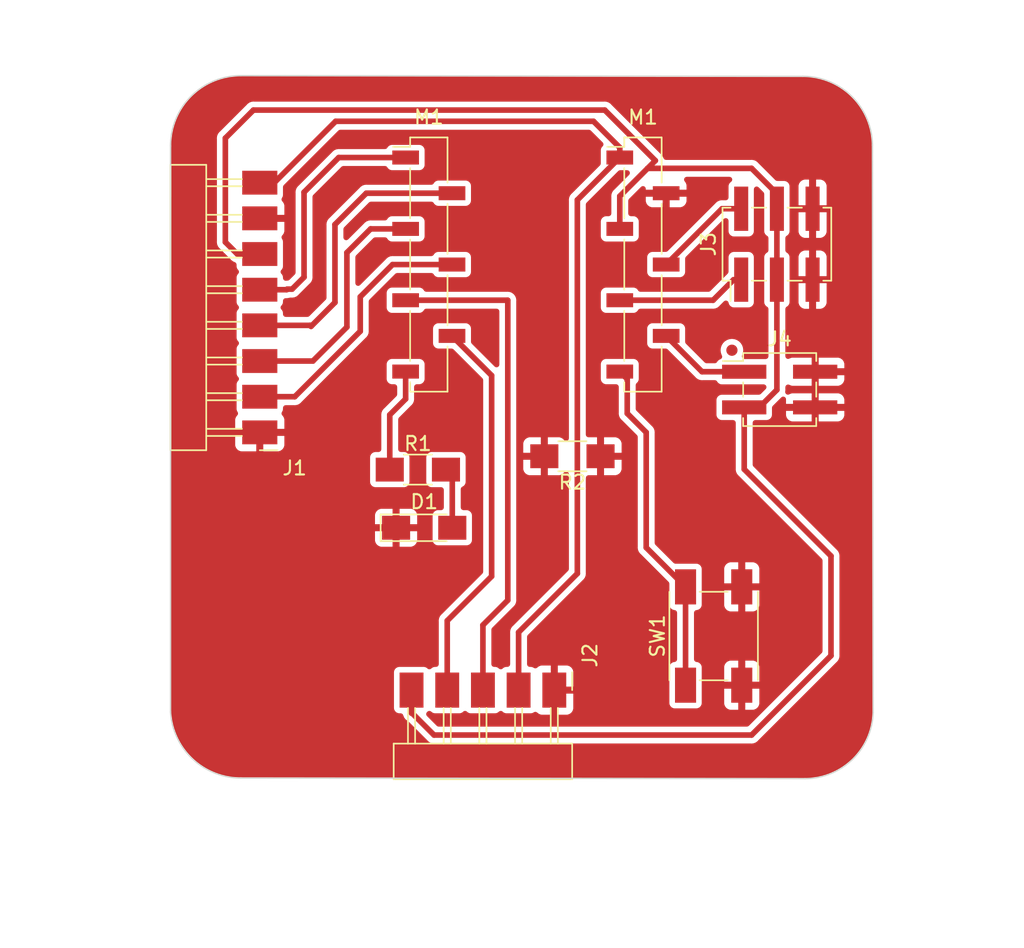
<source format=kicad_pcb>
(kicad_pcb (version 20221018) (generator pcbnew)

  (general
    (thickness 1.6)
  )

  (paper "A4")
  (layers
    (0 "F.Cu" signal)
    (31 "B.Cu" signal)
    (32 "B.Adhes" user "B.Adhesive")
    (33 "F.Adhes" user "F.Adhesive")
    (34 "B.Paste" user)
    (35 "F.Paste" user)
    (36 "B.SilkS" user "B.Silkscreen")
    (37 "F.SilkS" user "F.Silkscreen")
    (38 "B.Mask" user)
    (39 "F.Mask" user)
    (40 "Dwgs.User" user "User.Drawings")
    (41 "Cmts.User" user "User.Comments")
    (42 "Eco1.User" user "User.Eco1")
    (43 "Eco2.User" user "User.Eco2")
    (44 "Edge.Cuts" user)
    (45 "Margin" user)
    (46 "B.CrtYd" user "B.Courtyard")
    (47 "F.CrtYd" user "F.Courtyard")
    (48 "B.Fab" user)
    (49 "F.Fab" user)
    (50 "User.1" user)
    (51 "User.2" user)
    (52 "User.3" user)
    (53 "User.4" user)
    (54 "User.5" user)
    (55 "User.6" user)
    (56 "User.7" user)
    (57 "User.8" user)
    (58 "User.9" user)
  )

  (setup
    (stackup
      (layer "F.SilkS" (type "Top Silk Screen"))
      (layer "F.Paste" (type "Top Solder Paste"))
      (layer "F.Mask" (type "Top Solder Mask") (thickness 0.01))
      (layer "F.Cu" (type "copper") (thickness 0.035))
      (layer "dielectric 1" (type "core") (thickness 1.51) (material "FR4") (epsilon_r 4.5) (loss_tangent 0.02))
      (layer "B.Cu" (type "copper") (thickness 0.035))
      (layer "B.Mask" (type "Bottom Solder Mask") (thickness 0.01))
      (layer "B.Paste" (type "Bottom Solder Paste"))
      (layer "B.SilkS" (type "Bottom Silk Screen"))
      (copper_finish "None")
      (dielectric_constraints no)
    )
    (pad_to_mask_clearance 0)
    (pcbplotparams
      (layerselection 0x00010fc_ffffffff)
      (plot_on_all_layers_selection 0x0000000_00000000)
      (disableapertmacros false)
      (usegerberextensions false)
      (usegerberattributes true)
      (usegerberadvancedattributes true)
      (creategerberjobfile true)
      (dashed_line_dash_ratio 12.000000)
      (dashed_line_gap_ratio 3.000000)
      (svgprecision 4)
      (plotframeref false)
      (viasonmask false)
      (mode 1)
      (useauxorigin false)
      (hpglpennumber 1)
      (hpglpenspeed 20)
      (hpglpendiameter 15.000000)
      (dxfpolygonmode true)
      (dxfimperialunits true)
      (dxfusepcbnewfont true)
      (psnegative false)
      (psa4output false)
      (plotreference true)
      (plotvalue true)
      (plotinvisibletext false)
      (sketchpadsonfab false)
      (subtractmaskfromsilk false)
      (outputformat 1)
      (mirror false)
      (drillshape 1)
      (scaleselection 1)
      (outputdirectory "")
    )
  )

  (net 0 "")
  (net 1 "Net-(D1-A)")
  (net 2 "PWR_GND")
  (net 3 "/D3")
  (net 4 "/D2")
  (net 5 "/D1")
  (net 6 "/D0")
  (net 7 "PWR_3V3")
  (net 8 "PWR_5V")
  (net 9 "/SDA")
  (net 10 "/SCL")
  (net 11 "/D9")
  (net 12 "/D10")
  (net 13 "/D8")
  (net 14 "/D6")
  (net 15 "/D7")

  (footprint "fab:PinHeader_2x02_P2.54mm_Vertical_SMD" (layer "F.Cu") (at 138.35 47.35))

  (footprint "own_library:XIAO_socket" (layer "F.Cu") (at 121 38.45))

  (footprint "fab:PinHeader_1x08_P2.54mm_Horizontal_SMD" (layer "F.Cu") (at 101.35 50.4 180))

  (footprint "fab:PinHeader_2x03_P2.54mm_Vertical_SMD" (layer "F.Cu") (at 138.15 37 90))

  (footprint "fab:R_1206" (layer "F.Cu") (at 112.6 53.05))

  (footprint "fab:LED_1206" (layer "F.Cu") (at 113.05 57.19))

  (footprint "fab:Button_Omron_B3SN_6.0x6.0mm" (layer "F.Cu") (at 133.65 64.9 90))

  (footprint "fab:PinHeader_1x05_P2.54mm_Horizontal_SMD" (layer "F.Cu") (at 122.31 68.75 -90))

  (footprint "fab:R_1206" (layer "F.Cu") (at 123.6 52.1 180))

  (gr_arc (start 95 30) (mid 96.464466 26.464466) (end 100 25)
    (stroke (width 0.1) (type default)) (layer "Edge.Cuts") (tstamp 3548b170-2be6-42c5-98ce-f22353bfd1db))
  (gr_line (start 95.000001 70.3) (end 95 30)
    (stroke (width 0.1) (type default)) (layer "Edge.Cuts") (tstamp 4be91def-873b-4e1b-b096-96b2e8cbb105))
  (gr_line (start 140.15 75.052319) (end 100 75.008991)
    (stroke (width 0.1) (type default)) (layer "Edge.Cuts") (tstamp 56966da9-c8b0-4d41-bdf4-17576d165cb2))
  (gr_arc (start 145 70.35) (mid 143.527658 73.683737) (end 140.15 75.052319)
    (stroke (width 0.1) (type default)) (layer "Edge.Cuts") (tstamp 7f3f5865-981b-4816-a6ff-6d28799cfa72))
  (gr_line (start 144.949999 29.95) (end 145 70.35)
    (stroke (width 0.1) (type default)) (layer "Edge.Cuts") (tstamp ab91845c-c545-47b5-a82b-59f05fe5ce72))
  (gr_arc (start 140 25.049748) (mid 143.482634 26.48201) (end 144.949999 29.95)
    (stroke (width 0.1) (type default)) (layer "Edge.Cuts") (tstamp c4ca960d-854c-4a1c-bb2d-ed8d38e22ca6))
  (gr_arc (start 100 75.008991) (mid 96.565812 73.646415) (end 95.000001 70.3)
    (stroke (width 0.1) (type default)) (layer "Edge.Cuts") (tstamp e28a0a86-b247-483e-b6c4-d38761f6140a))
  (gr_line (start 100 25) (end 140 25.049748)
    (stroke (width 0.1) (type default)) (layer "Edge.Cuts") (tstamp f89c203c-c32e-4f99-825b-79cde3166661))

  (segment (start 115.05 53.5) (end 114.6 53.05) (width 0.4) (layer "F.Cu") (net 1) (tstamp 5cf835df-95c9-4afa-acb5-13797cd1643e))
  (segment (start 115.05 57.19) (end 115.05 53.5) (width 0.4) (layer "F.Cu") (net 1) (tstamp a8111842-5b9a-456f-8a36-623323399382))
  (segment (start 108.5 43.2) (end 103.84 47.86) (width 0.4) (layer "F.Cu") (net 3) (tstamp 17546171-6355-483e-93cb-42ef42b458ea))
  (segment (start 115.03 38.45) (end 110.8 38.45) (width 0.4) (layer "F.Cu") (net 3) (tstamp 6969cc45-26e4-42ae-8276-fc4ae50be517))
  (segment (start 108.5 40.75) (end 108.5 43.2) (width 0.4) (layer "F.Cu") (net 3) (tstamp 6f6962ac-3fed-4d56-b1c0-749b94a4f5fe))
  (segment (start 110.8 38.45) (end 108.5 40.75) (width 0.4) (layer "F.Cu") (net 3) (tstamp 93f3730e-366d-4694-9aec-455618d0fc29))
  (segment (start 103.84 47.86) (end 101.35 47.86) (width 0.4) (layer "F.Cu") (net 3) (tstamp facd9350-425a-4579-9059-943e7d31519b))
  (segment (start 107.55 42.9) (end 105.13 45.32) (width 0.4) (layer "F.Cu") (net 4) (tstamp 3156450e-eb2b-4dcf-b9c7-61cabb033a8b))
  (segment (start 105.13 45.32) (end 101.35 45.32) (width 0.4) (layer "F.Cu") (net 4) (tstamp 71e52944-46d3-480e-9e48-68399d41e35a))
  (segment (start 111.73 35.91) (end 109.24 35.91) (width 0.4) (layer "F.Cu") (net 4) (tstamp bddfde3a-e5a8-465a-9815-8844abc8d7be))
  (segment (start 109.24 35.91) (end 107.55 37.6) (width 0.4) (layer "F.Cu") (net 4) (tstamp dc97d450-bc90-4ec8-9962-56f76d7c603b))
  (segment (start 107.55 37.6) (end 107.55 42.9) (width 0.4) (layer "F.Cu") (net 4) (tstamp ef21b8e0-1cb2-4ca2-a2b4-fd2957429c6f))
  (segment (start 106.7 41.15) (end 105 42.85) (width 0.4) (layer "F.Cu") (net 5) (tstamp 221009f6-4652-45cf-9d19-772a6eed571e))
  (segment (start 108.93 33.37) (end 106.7 35.6) (width 0.4) (layer "F.Cu") (net 5) (tstamp 22c307f7-9752-4a92-8f0d-e83a5576cbb6))
  (segment (start 115.03 33.37) (end 108.93 33.37) (width 0.4) (layer "F.Cu") (net 5) (tstamp 6e171c8f-6247-429c-820c-97919fa80a3f))
  (segment (start 104.93 42.78) (end 101.35 42.78) (width 0.4) (layer "F.Cu") (net 5) (tstamp 9be957f7-3d0f-4c34-b4df-f497abe5a1a4))
  (segment (start 105 42.85) (end 104.93 42.78) (width 0.4) (layer "F.Cu") (net 5) (tstamp bc04aea1-a4c0-4a8d-ba17-b8af28161663))
  (segment (start 106.7 35.6) (end 106.7 41.15) (width 0.4) (layer "F.Cu") (net 5) (tstamp bf11184f-e880-4b6d-b02d-c24dd9502e37))
  (segment (start 111.73 30.83) (end 106.97 30.83) (width 0.4) (layer "F.Cu") (net 6) (tstamp 0617b2e8-f169-4903-a9fb-02c4d978bd64))
  (segment (start 106.97 30.83) (end 104.5 33.3) (width 0.4) (layer "F.Cu") (net 6) (tstamp 2db4bb7a-46f2-4877-bc2b-b1bd0640483a))
  (segment (start 104.5 39.35) (end 103.65 40.2) (width 0.4) (layer "F.Cu") (net 6) (tstamp 38dbef51-79cf-4c91-8ac9-265c62419a8d))
  (segment (start 103.65 40.2) (end 103.3 40.2) (width 0.4) (layer "F.Cu") (net 6) (tstamp 82f5a73d-5e73-4b38-ac5e-a75981dd90d9))
  (segment (start 103.3 40.2) (end 103.26 40.24) (width 0.4) (layer "F.Cu") (net 6) (tstamp a42ea2a4-a2a5-4f42-aa6b-b4abf5f289e0))
  (segment (start 104.5 33.3) (end 104.5 39.35) (width 0.4) (layer "F.Cu") (net 6) (tstamp c9ee7602-b69a-47bb-aead-1a32a40ae8cb))
  (segment (start 103.26 40.24) (end 101.35 40.24) (width 0.4) (layer "F.Cu") (net 6) (tstamp d23da842-b84c-499f-9cdd-ea503223d273))
  (segment (start 112.15 68.75) (end 112.15 70.35) (width 0.4) (layer "F.Cu") (net 7) (tstamp 03bc8b85-70b9-4eec-8642-230f1e81ce49))
  (segment (start 129.5 31.05) (end 125.900499 27.450499) (width 0.4) (layer "F.Cu") (net 7) (tstamp 03ea168d-797a-4942-ab79-9ee7a7f1d809))
  (segment (start 138.15 47.37) (end 138.15 39.525) (width 0.4) (layer "F.Cu") (net 7) (tstamp 04c33099-1094-4bea-864d-642a3a2a93a2))
  (segment (start 142 59.2) (end 135.825 53.025) (width 0.4) (layer "F.Cu") (net 7) (tstamp 10523195-edea-4b0d-88ff-aca67ed501b1))
  (segment (start 135.825 48.62) (end 136.9 48.62) (width 0.4) (layer "F.Cu") (net 7) (tstamp 200bff4a-7d1d-4fff-9cdf-5aee42c2e75b))
  (segment (start 98.9 36.85) (end 99.75 37.7) (width 0.4) (layer "F.Cu") (net 7) (tstamp 2697f930-1acf-4c0d-8630-5b651fa6ec3b))
  (segment (start 98.9 29.45) (end 98.9 36.85) (width 0.4) (layer "F.Cu") (net 7) (tstamp 337127f7-f991-4550-bdd8-e2bc855b12c8))
  (segment (start 138.15 34.475) (end 138.15 39.525) (width 0.4) (layer "F.Cu") (net 7) (tstamp 33bfca3f-a5f2-464b-bc02-a7d047a4342a))
  (segment (start 128.95 31.6) (end 129.5 31.05) (width 0.4) (layer "F.Cu") (net 7) (tstamp 3f931d61-3591-444b-a73c-1fd2053a14ca))
  (segment (start 126.97 33.58) (end 126.97 35.91) (width 0.4) (layer "F.Cu") (net 7) (tstamp 4d6bfc48-987a-4c84-bf0e-48717cb74e1a))
  (segment (start 112.15 70.35) (end 113.75 71.95) (width 0.4) (layer "F.Cu") (net 7) (tstamp 4f217a07-b7c4-4ed7-a100-8f3bdc805c23))
  (segment (start 138.15 33.4) (end 136.35 31.6) (width 0.4) (layer "F.Cu") (net 7) (tstamp 4f4791e0-9840-4d47-b64b-ef1e416a34c5))
  (segment (start 136.9 48.62) (end 138.15 47.37) (width 0.4) (layer "F.Cu") (net 7) (tstamp 5fe1e729-2c10-48a3-9a77-e86e6e5e0bc5))
  (segment (start 142 66.3) (end 142 59.2) (width 0.4) (layer "F.Cu") (net 7) (tstamp 95fecf98-1ec2-40f3-bdd5-d05ee72a1801))
  (segment (start 100.899501 27.450499) (end 98.9 29.45) (width 0.4) (layer "F.Cu") (net 7) (tstamp 97ab4f5c-0b23-4c4f-b073-587ee155929c))
  (segment (start 136.35 71.95) (end 142 66.3) (width 0.4) (layer "F.Cu") (net 7) (tstamp 9d859567-3013-42b4-be99-20cfc3778e3c))
  (segment (start 125.900499 27.450499) (end 100.899501 27.450499) (width 0.4) (layer "F.Cu") (net 7) (tstamp a68615c0-fcc9-4c0d-bbc9-d321a791d81b))
  (segment (start 138.15 34.475) (end 138.15 33.4) (width 0.4) (layer "F.Cu") (net 7) (tstamp a7f845ab-c782-484d-aa3a-c948c317f526))
  (segment (start 136.35 31.6) (end 128.95 31.6) (width 0.4) (layer "F.Cu") (net 7) (tstamp b5a7af1c-ce80-4365-b823-3e8728cbb3f4))
  (segment (start 112.15 70.4) (end 112.15 68.75) (width 0.4) (layer "F.Cu") (net 7) (tstamp bf18d8dd-9c42-4051-86aa-7087c1bf90b6))
  (segment (start 135.825 53.025) (end 135.825 48.62) (width 0.4) (layer "F.Cu") (net 7) (tstamp c0866660-6dfe-42a5-8244-f4daf0e3f030))
  (segment (start 128.95 31.6) (end 126.97 33.58) (width 0.4) (layer "F.Cu") (net 7) (tstamp db4860d8-9128-4293-bd7a-de4dccc9fe1e))
  (segment (start 113.75 71.95) (end 136.35 71.95) (width 0.4) (layer "F.Cu") (net 7) (tstamp e283ef09-c89d-4e23-8918-cdeb0deeef28))
  (segment (start 99.75 37.7) (end 101.35 37.7) (width 0.4) (layer "F.Cu") (net 7) (tstamp e55ecc25-6a75-4aea-bdbc-2962326b5fe5))
  (segment (start 126.97 30.12) (end 125.1 28.25) (width 0.4) (layer "F.Cu") (net 8) (tstamp 2e923d32-a0cb-4a67-be53-dc32b6f86082))
  (segment (start 106.75 28.25) (end 102.38 32.62) (width 0.4) (layer "F.Cu") (net 8) (tstamp 4fb6d424-78c3-4859-ae49-9f0eba2fe9f1))
  (segment (start 123.95 60.45) (end 119.77 64.63) (width 0.4) (layer "F.Cu") (net 8) (tstamp 51c117c3-2776-46df-8f76-b068dc05b4d8))
  (segment (start 126.97 30.83) (end 126.97 30.12) (width 0.4) (layer "F.Cu") (net 8) (tstamp 6de8d194-3165-4001-8e5a-6229816a5a82))
  (segment (start 119.77 64.63) (end 119.77 68.75) (width 0.4) (layer "F.Cu") (net 8) (tstamp a98f77d5-f262-4333-b2fa-62366db554e0))
  (segment (start 123.95 33.85) (end 123.95 60.45) (width 0.4) (layer "F.Cu") (net 8) (tstamp b6ac97c8-5a07-4fa0-8f8f-b55b647a44fc))
  (segment (start 126.97 30.83) (end 123.95 33.85) (width 0.4) (layer "F.Cu") (net 8) (tstamp cec8a1b0-e251-48e8-b1c7-238d30550d2c))
  (segment (start 102.38 32.62) (end 101.35 32.62) (width 0.4) (layer "F.Cu") (net 8) (tstamp dfa6a33c-5298-4866-970f-e776dbd295f4))
  (segment (start 125.1 28.25) (end 106.75 28.25) (width 0.4) (layer "F.Cu") (net 8) (tstamp f0775fd5-fbd9-4a0d-8e93-bcd442c85416))
  (segment (start 118.99 40.99) (end 119 41) (width 0.4) (layer "F.Cu") (net 9) (tstamp 03941f80-1b27-4487-bd3e-b79bc7927aeb))
  (segment (start 119 62.35) (end 117.23 64.12) (width 0.4) (layer "F.Cu") (net 9) (tstamp 0a45ec22-4f94-4a59-9ce7-58463ede2198))
  (segment (start 111.73 40.99) (end 118.99 40.99) (width 0.4) (layer "F.Cu") (net 9) (tstamp ae0a5a03-6921-43a6-966c-ce4de2105ae1))
  (segment (start 117.23 64.12) (end 117.23 68.75) (width 0.4) (layer "F.Cu") (net 9) (tstamp d240b962-e9c5-4329-b201-43f802eb0ef3))
  (segment (start 119 41) (end 119 62.35) (width 0.4) (layer "F.Cu") (net 9) (tstamp fbc6b6ee-cb7b-406d-b82e-696db0059b19))
  (segment (start 114.69 63.81) (end 114.69 68.75) (width 0.4) (layer "F.Cu") (net 10) (tstamp 6f5ab02e-c422-420a-9bb9-d829683cd6e2))
  (segment (start 115.03 43.53) (end 117.85 46.35) (width 0.4) (layer "F.Cu") (net 10) (tstamp 8346644a-eab4-4efb-8732-7400047e6970))
  (segment (start 117.85 60.65) (end 114.69 63.81) (width 0.4) (layer "F.Cu") (net 10) (tstamp 8bae5c64-86f1-4531-913f-3bcbcb91a55b))
  (segment (start 117.85 46.35) (end 117.85 60.65) (width 0.4) (layer "F.Cu") (net 10) (tstamp a953360c-db09-4976-a1d9-5f35ab4dacfe))
  (segment (start 133.61 40.99) (end 126.97 40.99) (width 0.4) (layer "F.Cu") (net 11) (tstamp 0ae2f846-c6a6-41b5-a10a-20914df41593))
  (segment (start 135.61 39.525) (end 135.075 39.525) (width 0.4) (layer "F.Cu") (net 11) (tstamp 6bec56be-31e0-4ff6-8600-039b2ca18d9e))
  (segment (start 135.075 39.525) (end 133.61 40.99) (width 0.4) (layer "F.Cu") (net 11) (tstamp c583a817-afa4-41c1-8e3c-9bc87c693f46))
  (segment (start 134.245 34.475) (end 130.27 38.45) (width 0.4) (layer "F.Cu") (net 12) (tstamp 2617918e-25e6-4692-9b59-18e2ed60f451))
  (segment (start 135.61 34.475) (end 134.245 34.475) (width 0.4) (layer "F.Cu") (net 12) (tstamp a5336a4d-6326-492b-a7fc-47e88822fe1d))
  (segment (start 135.825 46.08) (end 132.82 46.08) (width 0.4) (layer "F.Cu") (net 13) (tstamp 4ba31386-ab04-4829-86bb-7e19fc486410))
  (segment (start 132.82 46.08) (end 130.27 43.53) (width 0.4) (layer "F.Cu") (net 13) (tstamp 928634f8-24dd-4333-8807-80d76cd6db03))
  (segment (start 111.73 48.02) (end 110.6 49.15) (width 0.4) (layer "F.Cu") (net 14) (tstamp 6ccb72f2-a262-46d4-8c11-47404d2be0d9))
  (segment (start 111.73 46.07) (end 111.73 48.02) (width 0.4) (layer "F.Cu") (net 14) (tstamp bf9516ac-d5d9-4258-ac61-c74640eee434))
  (segment (start 110.6 49.15) (end 110.6 53.05) (width 0.4) (layer "F.Cu") (net 14) (tstamp f04c7283-72da-4756-92d8-4f3a838906b2))
  (segment (start 131.65 68.4) (end 131.65 61.4) (width 0.4) (layer "F.Cu") (net 15) (tstamp 08a1016e-a373-4415-beb3-7e0604cc3d37))
  (segment (start 127.5 46.6) (end 126.97 46.07) (width 0.4) (layer "F.Cu") (net 15) (tstamp 285ab99d-2d74-49a2-a782-23826397669d))
  (segment (start 131.65 61.4) (end 128.85 58.6) (width 0.4) (layer "F.Cu") (net 15) (tstamp 2d0123ee-11fb-4358-bcd6-f18fab51bfb8))
  (segment (start 128.85 58.6) (end 128.85 50.4) (width 0.4) (layer "F.Cu") (net 15) (tstamp 893b4e15-086f-43e1-ae45-8589e6c99b71))
  (segment (start 128.85 50.4) (end 127.5 49.05) (width 0.4) (layer "F.Cu") (net 15) (tstamp d8573462-e727-425a-a46e-5ff35787534e))
  (segment (start 127.5 49.05) (end 127.5 46.6) (width 0.4) (layer "F.Cu") (net 15) (tstamp f88ed1da-0694-447e-bac5-100351277983))

  (zone (net 2) (net_name "PWR_GND") (layer "F.Cu") (tstamp 75865d05-b49f-490b-863b-4b28916f6e1a) (hatch edge 0.5)
    (connect_pads (clearance 0.4))
    (min_thickness 0.4) (filled_areas_thickness no)
    (fill yes (thermal_gap 0.5) (thermal_bridge_width 0.5))
    (polygon
      (pts
        (xy 94.95 25)
        (xy 145.1 25.05)
        (xy 145.05 75.1)
        (xy 94.95 75)
        (xy 95.05 25)
      )
    )
    (filled_polygon
      (layer "F.Cu")
      (pts
        (xy 127.565991 31.745647)
        (xy 127.630551 31.788785)
        (xy 127.673689 31.853345)
        (xy 127.688837 31.929499)
        (xy 127.673689 32.005653)
        (xy 127.630551 32.070213)
        (xy 126.582442 33.118321)
        (xy 126.562878 33.135479)
        (xy 126.552066 33.143775)
        (xy 126.552055 33.143785)
        (xy 126.541718 33.151718)
        (xy 126.533783 33.162058)
        (xy 126.533781 33.162061)
        (xy 126.470664 33.244318)
        (xy 126.470663 33.244318)
        (xy 126.453406 33.266807)
        (xy 126.453401 33.266814)
        (xy 126.445464 33.277159)
        (xy 126.440474 33.289204)
        (xy 126.440472 33.289209)
        (xy 126.389947 33.411186)
        (xy 126.389944 33.411193)
        (xy 126.384956 33.423238)
        (xy 126.383254 33.436162)
        (xy 126.383253 33.436168)
        (xy 126.368434 33.548735)
        (xy 126.364318 33.58)
        (xy 126.36602 33.592928)
        (xy 126.36602 33.592935)
        (xy 126.367797 33.606433)
        (xy 126.3695 33.632408)
        (xy 126.3695 34.810501)
        (xy 126.354352 34.886655)
        (xy 126.311214 34.951215)
        (xy 126.246654 34.994353)
        (xy 126.1705 35.009501)
        (xy 125.988482 35.009501)
        (xy 125.980769 35.010722)
        (xy 125.980762 35.010723)
        (xy 125.910169 35.021903)
        (xy 125.910165 35.021904)
        (xy 125.894696 35.024354)
        (xy 125.880739 35.031465)
        (xy 125.880737 35.031466)
        (xy 125.795611 35.07484)
        (xy 125.795608 35.074841)
        (xy 125.781658 35.08195)
        (xy 125.770587 35.09302)
        (xy 125.770584 35.093023)
        (xy 125.703023 35.160584)
        (xy 125.70302 35.160587)
        (xy 125.69195 35.171658)
        (xy 125.684841 35.185608)
        (xy 125.68484 35.185611)
        (xy 125.641464 35.27074)
        (xy 125.641462 35.270745)
        (xy 125.634354 35.284696)
        (xy 125.631904 35.300159)
        (xy 125.631903 35.300165)
        (xy 125.620723 35.370752)
        (xy 125.620721 35.370766)
        (xy 125.6195 35.378481)
        (xy 125.6195 35.386304)
        (xy 125.6195 35.386305)
        (xy 125.6195 36.433704)
        (xy 125.6195 36.433716)
        (xy 125.619501 36.441518)
        (xy 125.620722 36.449231)
        (xy 125.620723 36.449237)
        (xy 125.631903 36.51983)
        (xy 125.634354 36.535304)
        (xy 125.69195 36.648342)
        (xy 125.781658 36.73805)
        (xy 125.894696 36.795646)
        (xy 125.910165 36.798096)
        (xy 125.980752 36.809276)
        (xy 125.980753 36.809276)
        (xy 125.988481 36.8105)
        (xy 127.951518 36.810499)
        (xy 128.045304 36.795646)
        (xy 128.158342 36.73805)
        (xy 128.24805 36.648342)
        (xy 128.305646 36.535304)
        (xy 128.3205 36.441519)
        (xy 128.320499 35.378482)
        (xy 128.305646 35.284696)
        (xy 128.24805 35.171658)
        (xy 128.158342 35.08195)
        (xy 128.144388 35.07484)
        (xy 128.059259 35.031464)
        (xy 128.059256 35.031463)
        (xy 128.045304 35.024354)
        (xy 128.029838 35.021904)
        (xy 128.029834 35.021903)
        (xy 127.959247 35.010723)
        (xy 127.959234 35.010722)
        (xy 127.951519 35.0095)
        (xy 127.943695 35.0095)
        (xy 127.7695 35.0095)
        (xy 127.693346 34.994352)
        (xy 127.628786 34.951214)
        (xy 127.585648 34.886654)
        (xy 127.5705 34.8105)
        (xy 127.5705 33.912497)
        (xy 128.82 33.912497)
        (xy 128.820569 33.923126)
        (xy 128.825071 33.964998)
        (xy 128.830752 33.989041)
        (xy 128.871672 34.098751)
        (xy 128.885177 34.123484)
        (xy 128.954282 34.215796)
        (xy 128.974203 34.235717)
        (xy 129.066515 34.304822)
        (xy 129.091248 34.318327)
        (xy 129.200958 34.359247)
        (xy 129.225001 34.364928)
        (xy 129.266873 34.36943)
        (xy 129.277503 34.37)
        (xy 130.000402 34.37)
        (xy 130.016748 34.366748)
        (xy 130.02 34.350402)
        (xy 130.52 34.350402)
        (xy 130.523251 34.366748)
        (xy 130.539598 34.37)
        (xy 131.262497 34.37)
        (xy 131.273126 34.36943)
        (xy 131.314998 34.364928)
        (xy 131.339041 34.359247)
        (xy 131.448751 34.318327)
        (xy 131.473484 34.304822)
        (xy 131.565796 34.235717)
        (xy 131.585717 34.215796)
        (xy 131.654822 34.123484)
        (xy 131.668327 34.098751)
        (xy 131.709247 33.989041)
        (xy 131.714928 33.964998)
        (xy 131.71943 33.923126)
        (xy 131.72 33.912497)
        (xy 131.72 33.639598)
        (xy 131.716748 33.623251)
        (xy 131.700402 33.62)
        (xy 130.539598 33.62)
        (xy 130.523251 33.623251)
        (xy 130.52 33.639598)
        (xy 130.52 34.350402)
        (xy 130.02 34.350402)
        (xy 130.02 33.639598)
        (xy 130.016748 33.623251)
        (xy 130.000402 33.62)
        (xy 128.839598 33.62)
        (xy 128.823251 33.623251)
        (xy 128.82 33.639598)
        (xy 128.82 33.912497)
        (xy 127.5705 33.912497)
        (xy 127.5705 33.911163)
        (xy 127.585648 33.835009)
        (xy 127.628786 33.770449)
        (xy 128.480286 32.918949)
        (xy 128.544846 32.875811)
        (xy 128.621 32.860663)
        (xy 128.697154 32.875811)
        (xy 128.761714 32.918949)
        (xy 128.804852 32.983509)
        (xy 128.82 33.059663)
        (xy 128.82 33.100402)
        (xy 128.823251 33.116748)
        (xy 128.839598 33.12)
        (xy 131.700402 33.12)
        (xy 131.716748 33.116748)
        (xy 131.72 33.100402)
        (xy 131.72 32.827503)
        (xy 131.71943 32.816873)
        (xy 131.714928 32.775001)
        (xy 131.709247 32.750958)
        (xy 131.668327 32.641248)
        (xy 131.654824 32.616519)
        (xy 131.58164 32.518758)
        (xy 131.545911 32.439021)
        (xy 131.547782 32.351665)
        (xy 131.586892 32.273531)
        (xy 131.655703 32.219682)
        (xy 131.740947 32.2005)
        (xy 134.774625 32.2005)
        (xy 134.855566 32.217704)
        (xy 134.922511 32.266343)
        (xy 134.963885 32.338006)
        (xy 134.972535 32.420301)
        (xy 134.946964 32.499)
        (xy 134.891594 32.560495)
        (xy 134.885616 32.564837)
        (xy 134.871658 32.57195)
        (xy 134.860583 32.583024)
        (xy 134.86058 32.583027)
        (xy 134.793023 32.650584)
        (xy 134.79302 32.650587)
        (xy 134.78195 32.661658)
        (xy 134.774841 32.675608)
        (xy 134.77484 32.675611)
        (xy 134.731464 32.76074)
        (xy 134.731462 32.760745)
        (xy 134.724354 32.774696)
        (xy 134.721904 32.790159)
        (xy 134.721903 32.790165)
        (xy 134.710723 32.860752)
        (xy 134.710721 32.860766)
        (xy 134.7095 32.868481)
        (xy 134.7095 32.876305)
        (xy 134.7095 33.6755)
        (xy 134.694352 33.751654)
        (xy 134.651214 33.816214)
        (xy 134.586654 33.859352)
        (xy 134.5105 33.8745)
        (xy 134.297408 33.8745)
        (xy 134.271433 33.872797)
        (xy 134.257935 33.87102)
        (xy 134.257928 33.87102)
        (xy 134.245 33.869318)
        (xy 134.232072 33.87102)
        (xy 134.205639 33.8745)
        (xy 134.101168 33.888253)
        (xy 134.101162 33.888254)
        (xy 134.088238 33.889956)
        (xy 134.076191 33.894945)
        (xy 134.076187 33.894947)
        (xy 133.954211 33.945471)
        (xy 133.954205 33.945474)
        (xy 133.942159 33.950464)
        (xy 133.931811 33.958404)
        (xy 133.931808 33.958406)
        (xy 133.827065 34.038778)
        (xy 133.827062 34.03878)
        (xy 133.816718 34.046718)
        (xy 133.808785 34.057055)
        (xy 133.808774 34.057067)
        (xy 133.800479 34.067878)
        (xy 133.783321 34.087442)
        (xy 130.379549 37.491214)
        (xy 130.314989 37.534352)
        (xy 130.238835 37.5495)
        (xy 129.296295 37.5495)
        (xy 129.296282 37.5495)
        (xy 129.288482 37.549501)
        (xy 129.280769 37.550722)
        (xy 129.280762 37.550723)
        (xy 129.210169 37.561903)
        (xy 129.210165 37.561904)
        (xy 129.194696 37.564354)
        (xy 129.180739 37.571465)
        (xy 129.180737 37.571466)
        (xy 129.095611 37.61484)
        (xy 129.095608 37.614841)
        (xy 129.081658 37.62195)
        (xy 129.070587 37.63302)
        (xy 129.070584 37.633023)
        (xy 129.003023 37.700584)
        (xy 129.00302 37.700587)
        (xy 128.99195 37.711658)
        (xy 128.984841 37.725608)
        (xy 128.98484 37.725611)
        (xy 128.941464 37.81074)
        (xy 128.941462 37.810745)
        (xy 128.934354 37.824696)
        (xy 128.931904 37.840159)
        (xy 128.931903 37.840165)
        (xy 128.920723 37.910752)
        (xy 128.920721 37.910766)
        (xy 128.9195 37.918481)
        (xy 128.9195 37.926304)
        (xy 128.9195 37.926305)
        (xy 128.9195 38.973704)
        (xy 128.9195 38.973716)
        (xy 128.919501 38.981518)
        (xy 128.920722 38.989231)
        (xy 128.920723 38.989237)
        (xy 128.931903 39.05983)
        (xy 128.934354 39.075304)
        (xy 128.99195 39.188342)
        (xy 129.081658 39.27805)
        (xy 129.194696 39.335646)
        (xy 129.210165 39.338096)
        (xy 129.280752 39.349276)
        (xy 129.280753 39.349276)
        (xy 129.288481 39.3505)
        (xy 131.251518 39.350499)
        (xy 131.345304 39.335646)
        (xy 131.458342 39.27805)
        (xy 131.54805 39.188342)
        (xy 131.605646 39.075304)
        (xy 131.6205 38.981519)
        (xy 131.620499 38.031161)
        (xy 131.635647 37.955008)
        (xy 131.678782 37.890451)
        (xy 134.369786 35.199448)
        (xy 134.434347 35.15631)
        (xy 134.510501 35.141162)
        (xy 134.586655 35.15631)
        (xy 134.651215 35.199448)
        (xy 134.694353 35.264008)
        (xy 134.709501 35.340162)
        (xy 134.709501 36.081518)
        (xy 134.710722 36.089231)
        (xy 134.710723 36.089237)
        (xy 134.717027 36.129041)
        (xy 134.724354 36.175304)
        (xy 134.78195 36.288342)
        (xy 134.871658 36.37805)
        (xy 134.984696 36.435646)
        (xy 135.000165 36.438096)
        (xy 135.070752 36.449276)
        (xy 135.070753 36.449276)
        (xy 135.078481 36.4505)
        (xy 136.141518 36.450499)
        (xy 136.235304 36.435646)
        (xy 136.348342 36.37805)
        (xy 136.43805 36.288342)
        (xy 136.495646 36.175304)
        (xy 136.5105 36.081519)
        (xy 136.510499 33.090161)
        (xy 136.525647 33.014008)
        (xy 136.568785 32.949448)
        (xy 136.633345 32.90631)
        (xy 136.709499 32.891162)
        (xy 136.785653 32.90631)
        (xy 136.850213 32.949448)
        (xy 137.191214 33.290449)
        (xy 137.234352 33.355009)
        (xy 137.2495 33.431163)
        (xy 137.2495 36.073705)
        (xy 137.2495 36.073717)
        (xy 137.249501 36.081518)
        (xy 137.250722 36.089231)
        (xy 137.250723 36.089237)
        (xy 137.257027 36.129041)
        (xy 137.264354 36.175304)
        (xy 137.32195 36.288342)
        (xy 137.411658 36.37805)
        (xy 137.440844 36.392921)
        (xy 137.498386 36.437074)
        (xy 137.536282 36.498916)
        (xy 137.5495 36.570231)
        (xy 137.5495 37.429769)
        (xy 137.536282 37.501084)
        (xy 137.498386 37.562926)
        (xy 137.440844 37.607079)
        (xy 137.425611 37.61484)
        (xy 137.425608 37.614841)
        (xy 137.411658 37.62195)
        (xy 137.400587 37.63302)
        (xy 137.400584 37.633023)
        (xy 137.333023 37.700584)
        (xy 137.33302 37.700587)
        (xy 137.32195 37.711658)
        (xy 137.314841 37.725608)
        (xy 137.31484 37.725611)
        (xy 137.271464 37.81074)
        (xy 137.271462 37.810745)
        (xy 137.264354 37.824696)
        (xy 137.261904 37.840159)
        (xy 137.261903 37.840165)
        (xy 137.250723 37.910752)
        (xy 137.250721 37.910766)
        (xy 137.2495 37.918481)
        (xy 137.2495 37.926304)
        (xy 137.2495 37.926305)
        (xy 137.2495 41.123705)
        (xy 137.2495 41.123717)
        (xy 137.249501 41.131518)
        (xy 137.250722 41.139231)
        (xy 137.250723 41.139237)
        (xy 137.26032 41.199834)
        (xy 137.264354 41.225304)
        (xy 137.32195 41.338342)
        (xy 137.411658 41.42805)
        (xy 137.440844 41.442921)
        (xy 137.498386 41.487074)
        (xy 137.536282 41.548916)
        (xy 137.5495 41.620231)
        (xy 137.5495 44.9805)
        (xy 137.534352 45.056654)
        (xy 137.491214 45.121214)
        (xy 137.426654 45.164352)
        (xy 137.3505 45.1795)
        (xy 135.856277 45.1795)
        (xy 135.778065 45.163486)
        (xy 135.712441 45.118021)
        (xy 135.669966 45.050423)
        (xy 135.657477 44.971572)
        (xy 135.675527 44.899938)
        (xy 135.675789 44.899522)
        (xy 135.735368 44.729255)
        (xy 135.755565 44.55)
        (xy 135.735368 44.370745)
        (xy 135.675789 44.200478)
        (xy 135.606088 44.08955)
        (xy 135.585763 44.057202)
        (xy 135.585761 44.057199)
        (xy 135.579816 44.047738)
        (xy 135.452262 43.920184)
        (xy 135.442801 43.914239)
        (xy 135.442797 43.914236)
        (xy 135.30899 43.83016)
        (xy 135.308989 43.830159)
        (xy 135.299522 43.824211)
        (xy 135.288975 43.82052)
        (xy 135.28897 43.820518)
        (xy 135.139804 43.768323)
        (xy 135.139801 43.768322)
        (xy 135.129255 43.764632)
        (xy 135.118152 43.763381)
        (xy 135.118148 43.76338)
        (xy 134.961103 43.745686)
        (xy 134.95 43.744435)
        (xy 134.938897 43.745686)
        (xy 134.781851 43.76338)
        (xy 134.781845 43.763381)
        (xy 134.770745 43.764632)
        (xy 134.760199 43.768321)
        (xy 134.760195 43.768323)
        (xy 134.611029 43.820518)
        (xy 134.611021 43.820521)
        (xy 134.600478 43.824211)
        (xy 134.591014 43.830157)
        (xy 134.591009 43.83016)
        (xy 134.457202 43.914236)
        (xy 134.457193 43.914242)
        (xy 134.447738 43.920184)
        (xy 134.439837 43.928084)
        (xy 134.439833 43.928088)
        (xy 134.328088 44.039833)
        (xy 134.328084 44.039837)
        (xy 134.320184 44.047738)
        (xy 134.314242 44.057193)
        (xy 134.314236 44.057202)
        (xy 134.23016 44.191009)
        (xy 134.230157 44.191014)
        (xy 134.224211 44.200478)
        (xy 134.220521 44.211021)
        (xy 134.220518 44.211029)
        (xy 134.168323 44.360195)
        (xy 134.168321 44.360199)
        (xy 134.164632 44.370745)
        (xy 134.163381 44.381845)
        (xy 134.16338 44.381851)
        (xy 134.151332 44.488785)
        (xy 134.144435 44.55)
        (xy 134.145686 44.561103)
        (xy 134.16338 44.718148)
        (xy 134.163381 44.718152)
        (xy 134.164632 44.729255)
        (xy 134.168322 44.739801)
        (xy 134.168323 44.739804)
        (xy 134.220518 44.88897)
        (xy 134.22052 44.888974)
        (xy 134.224211 44.899522)
        (xy 134.230159 44.908988)
        (xy 134.235005 44.91905)
        (xy 134.233233 44.919903)
        (xy 134.253303 44.970268)
        (xy 134.254431 45.042201)
        (xy 134.229909 45.109835)
        (xy 134.182941 45.16433)
        (xy 134.128586 45.193737)
        (xy 134.124696 45.194354)
        (xy 134.110745 45.201462)
        (xy 134.110743 45.201463)
        (xy 134.025611 45.24484)
        (xy 134.025608 45.244841)
        (xy 134.011658 45.25195)
        (xy 134.000587 45.26302)
        (xy 134.000584 45.263023)
        (xy 133.933023 45.330584)
        (xy 133.93302 45.330587)
        (xy 133.92195 45.341658)
        (xy 133.914841 45.355608)
        (xy 133.91484 45.355611)
        (xy 133.907079 45.370844)
        (xy 133.862926 45.428386)
        (xy 133.801084 45.466282)
        (xy 133.729769 45.4795)
        (xy 133.151163 45.4795)
        (xy 133.075009 45.464352)
        (xy 133.010449 45.421214)
        (xy 131.678785 44.08955)
        (xy 131.635647 44.02499)
        (xy 131.620499 43.948836)
        (xy 131.620499 43.006295)
        (xy 131.620499 42.998482)
        (xy 131.605646 42.904696)
        (xy 131.54805 42.791658)
        (xy 131.458342 42.70195)
        (xy 131.444388 42.69484)
        (xy 131.359259 42.651464)
        (xy 131.359256 42.651463)
        (xy 131.345304 42.644354)
        (xy 131.329838 42.641904)
        (xy 131.329834 42.641903)
        (xy 131.259247 42.630723)
        (xy 131.259234 42.630722)
        (xy 131.251519 42.6295)
        (xy 131.243694 42.6295)
        (xy 129.296294 42.6295)
        (xy 129.296281 42.6295)
        (xy 129.288482 42.629501)
        (xy 129.280769 42.630722)
        (xy 129.280762 42.630723)
        (xy 129.210169 42.641903)
        (xy 129.210165 42.641904)
        (xy 129.194696 42.644354)
        (xy 129.180739 42.651465)
        (xy 129.180737 42.651466)
        (xy 129.095611 42.69484)
        (xy 129.095608 42.694841)
        (xy 129.081658 42.70195)
        (xy 129.070587 42.71302)
        (xy 129.070584 42.713023)
        (xy 129.003023 42.780584)
        (xy 129.00302 42.780587)
        (xy 128.99195 42.791658)
        (xy 128.984841 42.805608)
        (xy 128.98484 42.805611)
        (xy 128.941464 42.89074)
        (xy 128.941462 42.890745)
        (xy 128.934354 42.904696)
        (xy 128.931904 42.920159)
        (xy 128.931903 42.920165)
        (xy 128.920723 42.990752)
        (xy 128.920721 42.990766)
        (xy 128.9195 42.998481)
        (xy 128.9195 43.006304)
        (xy 128.9195 43.006305)
        (xy 128.9195 44.053704)
        (xy 128.9195 44.053716)
        (xy 128.919501 44.061518)
        (xy 128.920722 44.069231)
        (xy 128.920723 44.069237)
        (xy 128.92394 44.08955)
        (xy 128.934354 44.155304)
        (xy 128.99195 44.268342)
        (xy 129.081658 44.35805)
        (xy 129.194696 44.415646)
        (xy 129.210165 44.418096)
        (xy 129.280752 44.429276)
        (xy 129.280753 44.429276)
        (xy 129.288481 44.4305)
        (xy 130.238836 44.430499)
        (xy 130.31499 44.445647)
        (xy 130.37955 44.488785)
        (xy 132.358326 46.467561)
        (xy 132.375483 46.487124)
        (xy 132.391718 46.508282)
        (xy 132.402062 46.516219)
        (xy 132.402063 46.51622)
        (xy 132.498215 46.59)
        (xy 132.511248 46.6)
        (xy 132.517159 46.604536)
        (xy 132.663238 46.665044)
        (xy 132.82 46.685683)
        (xy 132.846432 46.682202)
        (xy 132.872408 46.6805)
        (xy 133.729769 46.6805)
        (xy 133.801084 46.693718)
        (xy 133.862926 46.731614)
        (xy 133.907078 46.789155)
        (xy 133.92195 46.818342)
        (xy 134.011658 46.90805)
        (xy 134.124696 46.965646)
        (xy 134.140165 46.968096)
        (xy 134.210752 46.979276)
        (xy 134.210753 46.979276)
        (xy 134.218481 46.9805)
        (xy 137.209837 46.980499)
        (xy 137.285991 46.995647)
        (xy 137.350551 47.038785)
        (xy 137.393689 47.103345)
        (xy 137.408837 47.179499)
        (xy 137.393689 47.255653)
        (xy 137.350551 47.320213)
        (xy 137.00955 47.661214)
        (xy 136.94499 47.704352)
        (xy 136.868836 47.7195)
        (xy 134.226294 47.7195)
        (xy 134.226281 47.7195)
        (xy 134.218482 47.719501)
        (xy 134.210769 47.720722)
        (xy 134.210762 47.720723)
        (xy 134.140169 47.731903)
        (xy 134.140165 47.731904)
        (xy 134.124696 47.734354)
        (xy 134.110739 47.741465)
        (xy 134.110737 47.741466)
        (xy 134.025611 47.78484)
        (xy 134.025608 47.784841)
        (xy 134.011658 47.79195)
        (xy 134.000587 47.80302)
        (xy 134.000584 47.803023)
        (xy 133.933023 47.870584)
        (xy 133.93302 47.870587)
        (xy 133.92195 47.881658)
        (xy 133.914841 47.895608)
        (xy 133.91484 47.895611)
        (xy 133.871464 47.98074)
        (xy 133.871462 47.980745)
        (xy 133.864354 47.994696)
        (xy 133.861904 48.010159)
        (xy 133.861903 48.010165)
        (xy 133.850723 48.080752)
        (xy 133.850721 48.080766)
        (xy 133.8495 48.088481)
        (xy 133.8495 48.096304)
        (xy 133.8495 48.096305)
        (xy 133.8495 49.143704)
        (xy 133.8495 49.143716)
        (xy 133.849501 49.151518)
        (xy 133.850722 49.159231)
        (xy 133.850723 49.159237)
        (xy 133.857845 49.204205)
        (xy 133.864354 49.245304)
        (xy 133.92195 49.358342)
        (xy 134.011658 49.44805)
        (xy 134.124696 49.505646)
        (xy 134.140165 49.508096)
        (xy 134.210752 49.519276)
        (xy 134.210753 49.519276)
        (xy 134.218481 49.5205)
        (xy 135.0255 49.5205)
        (xy 135.101654 49.535648)
        (xy 135.166214 49.578786)
        (xy 135.209352 49.643346)
        (xy 135.2245 49.7195)
        (xy 135.2245 52.972592)
        (xy 135.222797 52.998567)
        (xy 135.22102 53.012065)
        (xy 135.22102 53.012072)
        (xy 135.219318 53.025)
        (xy 135.22102 53.037928)
        (xy 135.2245 53.064361)
        (xy 135.238253 53.168832)
        (xy 135.238254 53.168837)
        (xy 135.239956 53.181762)
        (xy 135.244946 53.19381)
        (xy 135.244947 53.193812)
        (xy 135.289145 53.300516)
        (xy 135.300464 53.327841)
        (xy 135.396718 53.453282)
        (xy 135.407062 53.461219)
        (xy 135.407066 53.461223)
        (xy 135.41787 53.469513)
        (xy 135.437442 53.486677)
        (xy 141.341214 59.390449)
        (xy 141.384352 59.455009)
        (xy 141.3995 59.531163)
        (xy 141.3995 65.968837)
        (xy 141.384352 66.044991)
        (xy 141.341214 66.109551)
        (xy 136.159551 71.291214)
        (xy 136.094991 71.334352)
        (xy 136.018837 71.3495)
        (xy 114.081163 71.3495)
        (xy 114.005009 71.334352)
        (xy 113.940449 71.291214)
        (xy 113.248527 70.599292)
        (xy 113.205389 70.534731)
        (xy 113.190241 70.458576)
        (xy 113.20539 70.382422)
        (xy 113.248524 70.317867)
        (xy 113.279291 70.2871)
        (xy 113.343848 70.243967)
        (xy 113.420002 70.22882)
        (xy 113.496155 70.243968)
        (xy 113.560714 70.287106)
        (xy 113.601658 70.32805)
        (xy 113.714696 70.385646)
        (xy 113.730165 70.388096)
        (xy 113.800752 70.399276)
        (xy 113.800753 70.399276)
        (xy 113.808481 70.4005)
        (xy 115.571518 70.400499)
        (xy 115.665304 70.385646)
        (xy 115.778342 70.32805)
        (xy 115.819286 70.287105)
        (xy 115.883846 70.243968)
        (xy 115.96 70.22882)
        (xy 116.036154 70.243968)
        (xy 116.100713 70.287105)
        (xy 116.141658 70.32805)
        (xy 116.254696 70.385646)
        (xy 116.270165 70.388096)
        (xy 116.340752 70.399276)
        (xy 116.340753 70.399276)
        (xy 116.348481 70.4005)
        (xy 118.111518 70.400499)
        (xy 118.205304 70.385646)
        (xy 118.318342 70.32805)
        (xy 118.359286 70.287105)
        (xy 118.423846 70.243968)
        (xy 118.5 70.22882)
        (xy 118.576154 70.243968)
        (xy 118.640713 70.287105)
        (xy 118.681658 70.32805)
        (xy 118.794696 70.385646)
        (xy 118.810165 70.388096)
        (xy 118.880752 70.399276)
        (xy 118.880753 70.399276)
        (xy 118.888481 70.4005)
        (xy 120.651518 70.400499)
        (xy 120.745304 70.385646)
        (xy 120.858342 70.32805)
        (xy 120.858375 70.328115)
        (xy 120.90841 70.303846)
        (xy 120.978041 70.296986)
        (xy 121.045743 70.314652)
        (xy 121.103145 70.354659)
        (xy 121.114203 70.365717)
        (xy 121.206515 70.434822)
        (xy 121.231248 70.448327)
        (xy 121.340958 70.489247)
        (xy 121.365001 70.494928)
        (xy 121.406873 70.49943)
        (xy 121.417503 70.5)
        (xy 122.040402 70.5)
        (xy 122.056748 70.496748)
        (xy 122.06 70.480402)
        (xy 122.56 70.480402)
        (xy 122.563251 70.496748)
        (xy 122.579598 70.5)
        (xy 123.202497 70.5)
        (xy 123.213126 70.49943)
        (xy 123.254998 70.494928)
        (xy 123.279041 70.489247)
        (xy 123.388751 70.448327)
        (xy 123.413484 70.434822)
        (xy 123.505796 70.365717)
        (xy 123.525717 70.345796)
        (xy 123.594822 70.253484)
        (xy 123.608327 70.228751)
        (xy 123.649247 70.119041)
        (xy 123.654928 70.094998)
        (xy 123.65943 70.053126)
        (xy 123.66 70.042497)
        (xy 123.66 69.019598)
        (xy 123.656748 69.003251)
        (xy 123.640402 69)
        (xy 122.579598 69)
        (xy 122.563251 69.003251)
        (xy 122.56 69.019598)
        (xy 122.56 70.480402)
        (xy 122.06 70.480402)
        (xy 122.06 68.480402)
        (xy 122.56 68.480402)
        (xy 122.563251 68.496748)
        (xy 122.579598 68.5)
        (xy 123.640402 68.5)
        (xy 123.656748 68.496748)
        (xy 123.66 68.480402)
        (xy 123.66 67.457503)
        (xy 123.65943 67.446873)
        (xy 123.654928 67.405001)
        (xy 123.649247 67.380958)
        (xy 123.608327 67.271248)
        (xy 123.594822 67.246515)
        (xy 123.525717 67.154203)
        (xy 123.505796 67.134282)
        (xy 123.413484 67.065177)
        (xy 123.388751 67.051672)
        (xy 123.279041 67.010752)
        (xy 123.254998 67.005071)
        (xy 123.213126 67.000569)
        (xy 123.202497 67)
        (xy 122.579598 67)
        (xy 122.563251 67.003251)
        (xy 122.56 67.019598)
        (xy 122.56 68.480402)
        (xy 122.06 68.480402)
        (xy 122.06 67.019598)
        (xy 122.056748 67.003251)
        (xy 122.040402 67)
        (xy 121.417503 67)
        (xy 121.406873 67.000569)
        (xy 121.365001 67.005071)
        (xy 121.340958 67.010752)
        (xy 121.231248 67.051672)
        (xy 121.206515 67.065177)
        (xy 121.114205 67.134281)
        (xy 121.103142 67.145344)
        (xy 121.045742 67.185348)
        (xy 120.978044 67.203013)
        (xy 120.908415 67.196155)
        (xy 120.858375 67.171884)
        (xy 120.858342 67.17195)
        (xy 120.855002 67.170248)
        (xy 120.854994 67.170244)
        (xy 120.844389 67.16484)
        (xy 120.844387 67.164839)
        (xy 120.759259 67.121464)
        (xy 120.759256 67.121463)
        (xy 120.745304 67.114354)
        (xy 120.729838 67.111904)
        (xy 120.729834 67.111903)
        (xy 120.659247 67.100723)
        (xy 120.659234 67.100722)
        (xy 120.651519 67.0995)
        (xy 120.643695 67.0995)
        (xy 120.5695 67.0995)
        (xy 120.493346 67.084352)
        (xy 120.428786 67.041214)
        (xy 120.385648 66.976654)
        (xy 120.3705 66.9005)
        (xy 120.3705 64.961163)
        (xy 120.385648 64.885009)
        (xy 120.428786 64.820449)
        (xy 121.399874 63.849361)
        (xy 124.337564 60.911669)
        (xy 124.357127 60.894513)
        (xy 124.378282 60.878282)
        (xy 124.474536 60.752841)
        (xy 124.535044 60.606762)
        (xy 124.5505 60.489361)
        (xy 124.555682 60.45)
        (xy 124.55398 60.437072)
        (xy 124.55398 60.437065)
        (xy 124.552203 60.423567)
        (xy 124.5505 60.397592)
        (xy 124.5505 53.649)
        (xy 124.565648 53.572846)
        (xy 124.608786 53.508286)
        (xy 124.673346 53.465148)
        (xy 124.7495 53.45)
        (xy 125.330402 53.45)
        (xy 125.346748 53.446748)
        (xy 125.35 53.430402)
        (xy 125.85 53.430402)
        (xy 125.853251 53.446748)
        (xy 125.869598 53.45)
        (xy 126.642497 53.45)
        (xy 126.653126 53.44943)
        (xy 126.694998 53.444928)
        (xy 126.719041 53.439247)
        (xy 126.828751 53.398327)
        (xy 126.853484 53.384822)
        (xy 126.945796 53.315717)
        (xy 126.965717 53.295796)
        (xy 127.034822 53.203484)
        (xy 127.048327 53.178751)
        (xy 127.089247 53.069041)
        (xy 127.094928 53.044998)
        (xy 127.09943 53.003126)
        (xy 127.1 52.992497)
        (xy 127.1 52.369598)
        (xy 127.096748 52.353251)
        (xy 127.080402 52.35)
        (xy 125.869598 52.35)
        (xy 125.853251 52.353251)
        (xy 125.85 52.369598)
        (xy 125.85 53.430402)
        (xy 125.35 53.430402)
        (xy 125.35 51.830402)
        (xy 125.85 51.830402)
        (xy 125.853251 51.846748)
        (xy 125.869598 51.85)
        (xy 127.080402 51.85)
        (xy 127.096748 51.846748)
        (xy 127.1 51.830402)
        (xy 127.1 51.207503)
        (xy 127.09943 51.196873)
        (xy 127.094928 51.155001)
        (xy 127.089247 51.130958)
        (xy 127.048327 51.021248)
        (xy 127.034822 50.996515)
        (xy 126.965717 50.904203)
        (xy 126.945796 50.884282)
        (xy 126.853484 50.815177)
        (xy 126.828751 50.801672)
        (xy 126.719041 50.760752)
        (xy 126.694998 50.755071)
        (xy 126.653126 50.750569)
        (xy 126.642497 50.75)
        (xy 125.869598 50.75)
        (xy 125.853251 50.753251)
        (xy 125.85 50.769598)
        (xy 125.85 51.830402)
        (xy 125.35 51.830402)
        (xy 125.35 50.769598)
        (xy 125.346748 50.753251)
        (xy 125.330402 50.75)
        (xy 124.7495 50.75)
        (xy 124.673346 50.734852)
        (xy 124.608786 50.691714)
        (xy 124.565648 50.627154)
        (xy 124.5505 50.551)
        (xy 124.5505 46.593716)
        (xy 125.6195 46.593716)
        (xy 125.619501 46.601518)
        (xy 125.620722 46.609231)
        (xy 125.620723 46.609237)
        (xy 125.629737 46.666154)
        (xy 125.634354 46.695304)
        (xy 125.69195 46.808342)
        (xy 125.781658 46.89805)
        (xy 125.894696 46.955646)
        (xy 125.910165 46.958096)
        (xy 125.980752 46.969276)
        (xy 125.980753 46.969276)
        (xy 125.988481 46.9705)
        (xy 126.7005 46.9705)
        (xy 126.776654 46.985648)
        (xy 126.841214 47.028786)
        (xy 126.884352 47.093346)
        (xy 126.8995 47.1695)
        (xy 126.8995 48.997592)
        (xy 126.897797 49.023567)
        (xy 126.89602 49.037065)
        (xy 126.89602 49.037072)
        (xy 126.894318 49.05)
        (xy 126.89602 49.062928)
        (xy 126.8995 49.089361)
        (xy 126.913253 49.193832)
        (xy 126.913254 49.193837)
        (xy 126.914956 49.206762)
        (xy 126.919946 49.21881)
        (xy 126.919947 49.218812)
        (xy 126.962377 49.321248)
        (xy 126.975464 49.352841)
        (xy 127.071718 49.478282)
        (xy 127.082062 49.486219)
        (xy 127.082066 49.486223)
        (xy 127.09287 49.494513)
        (xy 127.112442 49.511677)
        (xy 128.191214 50.590449)
        (xy 128.234352 50.655009)
        (xy 128.2495 50.731163)
        (xy 128.2495 58.547592)
        (xy 128.247797 58.573567)
        (xy 128.24602 58.587065)
        (xy 128.24602 58.587072)
        (xy 128.244318 58.6)
        (xy 128.24602 58.612928)
        (xy 128.2495 58.639361)
        (xy 128.263253 58.743832)
        (xy 128.263254 58.743837)
        (xy 128.264956 58.756762)
        (xy 128.269946 58.76881)
        (xy 128.269947 58.768812)
        (xy 128.318824 58.886812)
        (xy 128.325464 58.902841)
        (xy 128.421718 59.028282)
        (xy 128.432062 59.036219)
        (xy 128.432066 59.036223)
        (xy 128.44287 59.044513)
        (xy 128.462442 59.061677)
        (xy 130.441214 61.040449)
        (xy 130.484352 61.105009)
        (xy 130.4995 61.181163)
        (xy 130.4995 62.673704)
        (xy 130.4995 62.673716)
        (xy 130.499501 62.681518)
        (xy 130.500722 62.689231)
        (xy 130.500723 62.689237)
        (xy 130.502923 62.703126)
        (xy 130.514354 62.775304)
        (xy 130.57195 62.888342)
        (xy 130.661658 62.97805)
        (xy 130.774696 63.035646)
        (xy 130.868481 63.0505)
        (xy 130.869067 63.0505)
        (xy 130.937347 63.069036)
        (xy 130.996631 63.113004)
        (xy 131.035812 63.175556)
        (xy 131.0495 63.248085)
        (xy 131.0495 66.551916)
        (xy 131.035812 66.624444)
        (xy 130.996632 66.686995)
        (xy 130.937349 66.730964)
        (xy 130.869069 66.749501)
        (xy 130.868482 66.749501)
        (xy 130.860771 66.750722)
        (xy 130.86076 66.750723)
        (xy 130.790169 66.761903)
        (xy 130.790165 66.761904)
        (xy 130.774696 66.764354)
        (xy 130.760739 66.771465)
        (xy 130.760737 66.771466)
        (xy 130.675611 66.81484)
        (xy 130.675608 66.814841)
        (xy 130.661658 66.82195)
        (xy 130.650587 66.83302)
        (xy 130.650584 66.833023)
        (xy 130.583023 66.900584)
        (xy 130.58302 66.900587)
        (xy 130.57195 66.911658)
        (xy 130.564841 66.925608)
        (xy 130.56484 66.925611)
        (xy 130.521464 67.01074)
        (xy 130.521462 67.010745)
        (xy 130.514354 67.024696)
        (xy 130.511904 67.040159)
        (xy 130.511903 67.040165)
        (xy 130.500723 67.110752)
        (xy 130.500721 67.110766)
        (xy 130.4995 67.118481)
        (xy 130.4995 67.126303)
        (xy 130.4995 67.126304)
        (xy 130.4995 69.673705)
        (xy 130.4995 69.673717)
        (xy 130.499501 69.681518)
        (xy 130.500722 69.689231)
        (xy 130.500723 69.689237)
        (xy 130.502923 69.703126)
        (xy 130.514354 69.775304)
        (xy 130.57195 69.888342)
        (xy 130.661658 69.97805)
        (xy 130.774696 70.035646)
        (xy 130.790165 70.038096)
        (xy 130.860752 70.049276)
        (xy 130.860753 70.049276)
        (xy 130.868481 70.0505)
        (xy 132.431518 70.050499)
        (xy 132.525304 70.035646)
        (xy 132.638342 69.97805)
        (xy 132.72805 69.888342)
        (xy 132.785646 69.775304)
        (xy 132.798761 69.692497)
        (xy 134.4 69.692497)
        (xy 134.400569 69.703126)
        (xy 134.405071 69.744998)
        (xy 134.410752 69.769041)
        (xy 134.451672 69.878751)
        (xy 134.465177 69.903484)
        (xy 134.534282 69.995796)
        (xy 134.554203 70.015717)
        (xy 134.646515 70.084822)
        (xy 134.671248 70.098327)
        (xy 134.780958 70.139247)
        (xy 134.805001 70.144928)
        (xy 134.846873 70.14943)
        (xy 134.857503 70.15)
        (xy 135.380402 70.15)
        (xy 135.396748 70.146748)
        (xy 135.4 70.130402)
        (xy 135.9 70.130402)
        (xy 135.903251 70.146748)
        (xy 135.919598 70.15)
        (xy 136.442497 70.15)
        (xy 136.453126 70.14943)
        (xy 136.494998 70.144928)
        (xy 136.519041 70.139247)
        (xy 136.628751 70.098327)
        (xy 136.653484 70.084822)
        (xy 136.745796 70.015717)
        (xy 136.765717 69.995796)
        (xy 136.834822 69.903484)
        (xy 136.848327 69.878751)
        (xy 136.889247 69.769041)
        (xy 136.894928 69.744998)
        (xy 136.89943 69.703126)
        (xy 136.9 69.692497)
        (xy 136.9 68.669598)
        (xy 136.896748 68.653251)
        (xy 136.880402 68.65)
        (xy 135.919598 68.65)
        (xy 135.903251 68.653251)
        (xy 135.9 68.669598)
        (xy 135.9 70.130402)
        (xy 135.4 70.130402)
        (xy 135.4 68.669598)
        (xy 135.396748 68.653251)
        (xy 135.380402 68.65)
        (xy 134.419598 68.65)
        (xy 134.403251 68.653251)
        (xy 134.4 68.669598)
        (xy 134.4 69.692497)
        (xy 132.798761 69.692497)
        (xy 132.8005 69.681519)
        (xy 132.800499 68.130402)
        (xy 134.4 68.130402)
        (xy 134.403251 68.146748)
        (xy 134.419598 68.15)
        (xy 135.380402 68.15)
        (xy 135.396748 68.146748)
        (xy 135.4 68.130402)
        (xy 135.9 68.130402)
        (xy 135.903251 68.146748)
        (xy 135.919598 68.15)
        (xy 136.880402 68.15)
        (xy 136.896748 68.146748)
        (xy 136.9 68.130402)
        (xy 136.9 67.107503)
        (xy 136.89943 67.096873)
        (xy 136.894928 67.055001)
        (xy 136.889247 67.030958)
        (xy 136.848327 66.921248)
        (xy 136.834822 66.896515)
        (xy 136.765717 66.804203)
        (xy 136.745796 66.784282)
        (xy 136.653484 66.715177)
        (xy 136.628751 66.701672)
        (xy 136.519041 66.660752)
        (xy 136.494998 66.655071)
        (xy 136.453126 66.650569)
        (xy 136.442497 66.65)
        (xy 135.919598 66.65)
        (xy 135.903251 66.653251)
        (xy 135.9 66.669598)
        (xy 135.9 68.130402)
        (xy 135.4 68.130402)
        (xy 135.4 66.669598)
        (xy 135.396748 66.653251)
        (xy 135.380402 66.65)
        (xy 134.857503 66.65)
        (xy 134.846873 66.650569)
        (xy 134.805001 66.655071)
        (xy 134.780958 66.660752)
        (xy 134.671248 66.701672)
        (xy 134.646515 66.715177)
        (xy 134.554203 66.784282)
        (xy 134.534282 66.804203)
        (xy 134.465177 66.896515)
        (xy 134.451672 66.921248)
        (xy 134.410752 67.030958)
        (xy 134.405071 67.055001)
        (xy 134.400569 67.096873)
        (xy 134.4 67.107503)
        (xy 134.4 68.130402)
        (xy 132.800499 68.130402)
        (xy 132.800499 67.118482)
        (xy 132.785646 67.024696)
        (xy 132.72805 66.911658)
        (xy 132.638342 66.82195)
        (xy 132.564415 66.784282)
        (xy 132.539259 66.771464)
        (xy 132.539256 66.771463)
        (xy 132.525304 66.764354)
        (xy 132.509838 66.761904)
        (xy 132.509834 66.761903)
        (xy 132.439236 66.750722)
        (xy 132.439232 66.750721)
        (xy 132.431519 66.7495)
        (xy 132.430933 66.7495)
        (xy 132.362653 66.730964)
        (xy 132.303369 66.686996)
        (xy 132.264188 66.624444)
        (xy 132.2505 66.551915)
        (xy 132.2505 63.248084)
        (xy 132.264188 63.175556)
        (xy 132.303368 63.113005)
        (xy 132.362651 63.069036)
        (xy 132.430931 63.050499)
        (xy 132.431518 63.050499)
        (xy 132.525304 63.035646)
        (xy 132.638342 62.97805)
        (xy 132.72805 62.888342)
        (xy 132.785646 62.775304)
        (xy 132.798761 62.692497)
        (xy 134.4 62.692497)
        (xy 134.400569 62.703126)
        (xy 134.405071 62.744998)
        (xy 134.410752 62.769041)
        (xy 134.451672 62.878751)
        (xy 134.465177 62.903484)
        (xy 134.534282 62.995796)
        (xy 134.554203 63.015717)
        (xy 134.646515 63.084822)
        (xy 134.671248 63.098327)
        (xy 134.780958 63.139247)
        (xy 134.805001 63.144928)
        (xy 134.846873 63.14943)
        (xy 134.857503 63.15)
        (xy 135.380402 63.15)
        (xy 135.396748 63.146748)
        (xy 135.4 63.130402)
        (xy 135.9 63.130402)
        (xy 135.903251 63.146748)
        (xy 135.919598 63.15)
        (xy 136.442497 63.15)
        (xy 136.453126 63.14943)
        (xy 136.494998 63.144928)
        (xy 136.519041 63.139247)
        (xy 136.628751 63.098327)
        (xy 136.653484 63.084822)
        (xy 136.745796 63.015717)
        (xy 136.765717 62.995796)
        (xy 136.834822 62.903484)
        (xy 136.848327 62.878751)
        (xy 136.889247 62.769041)
        (xy 136.894928 62.744998)
        (xy 136.89943 62.703126)
        (xy 136.9 62.692497)
        (xy 136.9 61.669598)
        (xy 136.896748 61.653251)
        (xy 136.880402 61.65)
        (xy 135.919598 61.65)
        (xy 135.903251 61.653251)
        (xy 135.9 61.669598)
        (xy 135.9 63.130402)
        (xy 135.4 63.130402)
        (xy 135.4 61.669598)
        (xy 135.396748 61.653251)
        (xy 135.380402 61.65)
        (xy 134.419598 61.65)
        (xy 134.403251 61.653251)
        (xy 134.4 61.669598)
        (xy 134.4 62.692497)
        (xy 132.798761 62.692497)
        (xy 132.8005 62.681519)
        (xy 132.800499 61.130402)
        (xy 134.4 61.130402)
        (xy 134.403251 61.146748)
        (xy 134.419598 61.15)
        (xy 135.380402 61.15)
        (xy 135.396748 61.146748)
        (xy 135.4 61.130402)
        (xy 135.9 61.130402)
        (xy 135.903251 61.146748)
        (xy 135.919598 61.15)
        (xy 136.880402 61.15)
        (xy 136.896748 61.146748)
        (xy 136.9 61.130402)
        (xy 136.9 60.107503)
        (xy 136.89943 60.096873)
        (xy 136.894928 60.055001)
        (xy 136.889247 60.030958)
        (xy 136.848327 59.921248)
        (xy 136.834822 59.896515)
        (xy 136.765717 59.804203)
        (xy 136.745796 59.784282)
        (xy 136.653484 59.715177)
        (xy 136.628751 59.701672)
        (xy 136.519041 59.660752)
        (xy 136.494998 59.655071)
        (xy 136.453126 59.650569)
        (xy 136.442497 59.65)
        (xy 135.919598 59.65)
        (xy 135.903251 59.653251)
        (xy 135.9 59.669598)
        (xy 135.9 61.130402)
        (xy 135.4 61.130402)
        (xy 135.4 59.669598)
        (xy 135.396748 59.653251)
        (xy 135.380402 59.65)
        (xy 134.857503 59.65)
        (xy 134.846873 59.650569)
        (xy 134.805001 59.655071)
        (xy 134.780958 59.660752)
        (xy 134.671248 59.701672)
        (xy 134.646515 59.715177)
        (xy 134.554203 59.784282)
        (xy 134.534282 59.804203)
        (xy 134.465177 59.896515)
        (xy 134.451672 59.921248)
        (xy 134.410752 60.030958)
        (xy 134.405071 60.055001)
        (xy 134.400569 60.096873)
        (xy 134.4 60.107503)
        (xy 134.4 61.130402)
        (xy 132.800499 61.130402)
        (xy 132.800499 60.118482)
        (xy 132.785646 60.024696)
        (xy 132.72805 59.911658)
        (xy 132.638342 59.82195)
        (xy 132.564415 59.784282)
        (xy 132.539259 59.771464)
        (xy 132.539256 59.771463)
        (xy 132.525304 59.764354)
        (xy 132.509838 59.761904)
        (xy 132.509834 59.761903)
        (xy 132.439247 59.750723)
        (xy 132.439234 59.750722)
        (xy 132.431519 59.7495)
        (xy 132.423695 59.7495)
        (xy 130.931163 59.7495)
        (xy 130.855009 59.734352)
        (xy 130.790449 59.691214)
        (xy 129.508786 58.409551)
        (xy 129.465648 58.344991)
        (xy 129.4505 58.268837)
        (xy 129.4505 50.452408)
        (xy 129.452203 50.426433)
        (xy 129.45398 50.412935)
        (xy 129.45398 50.412928)
        (xy 129.455682 50.4)
        (xy 129.435044 50.243238)
        (xy 129.374536 50.097159)
        (xy 129.30245 50.003215)
        (xy 129.278282 49.971718)
        (xy 129.257124 49.955483)
        (xy 129.237561 49.938326)
        (xy 128.158786 48.859551)
        (xy 128.115648 48.794991)
        (xy 128.1005 48.718837)
        (xy 128.1005 47.03832)
        (xy 128.115648 46.962166)
        (xy 128.158786 46.897606)
        (xy 128.185655 46.870737)
        (xy 128.24805 46.808342)
        (xy 128.305646 46.695304)
        (xy 128.3205 46.601519)
        (xy 128.320499 45.538482)
        (xy 128.305646 45.444696)
        (xy 128.24805 45.331658)
        (xy 128.158342 45.24195)
        (xy 128.104041 45.214282)
        (xy 128.059259 45.191464)
        (xy 128.059256 45.191463)
        (xy 128.045304 45.184354)
        (xy 128.029838 45.181904)
        (xy 128.029834 45.181903)
        (xy 127.959247 45.170723)
        (xy 127.959234 45.170722)
        (xy 127.951519 45.1695)
        (xy 127.943694 45.1695)
        (xy 125.996294 45.1695)
        (xy 125.996281 45.1695)
        (xy 125.988482 45.169501)
        (xy 125.980769 45.170722)
        (xy 125.980762 45.170723)
        (xy 125.910169 45.181903)
        (xy 125.910165 45.181904)
        (xy 125.894696 45.184354)
        (xy 125.880739 45.191465)
        (xy 125.880737 45.191466)
        (xy 125.795611 45.23484)
        (xy 125.795608 45.234841)
        (xy 125.781658 45.24195)
        (xy 125.770587 45.25302)
        (xy 125.770584 45.253023)
        (xy 125.703023 45.320584)
        (xy 125.70302 45.320587)
        (xy 125.69195 45.331658)
        (xy 125.684841 45.345608)
        (xy 125.68484 45.345611)
        (xy 125.641464 45.43074)
        (xy 125.641462 45.430745)
        (xy 125.634354 45.444696)
        (xy 125.631904 45.460159)
        (xy 125.631903 45.460165)
        (xy 125.620723 45.530752)
        (xy 125.620721 45.530766)
        (xy 125.6195 45.538481)
        (xy 125.6195 45.546304)
        (xy 125.6195 45.546305)
        (xy 125.6195 46.593704)
        (xy 125.6195 46.593716)
        (xy 124.5505 46.593716)
        (xy 124.5505 41.513716)
        (xy 125.6195 41.513716)
        (xy 125.619501 41.521518)
        (xy 125.620722 41.529231)
        (xy 125.620723 41.529237)
        (xy 125.630695 41.592203)
        (xy 125.634354 41.615304)
        (xy 125.69195 41.728342)
        (xy 125.781658 41.81805)
        (xy 125.894696 41.875646)
        (xy 125.910165 41.878096)
        (xy 125.980752 41.889276)
        (xy 125.980753 41.889276)
        (xy 125.988481 41.8905)
        (xy 127.951518 41.890499)
        (xy 128.045304 41.875646)
        (xy 128.158342 41.81805)
        (xy 128.24805 41.728342)
        (xy 128.262921 41.699155)
        (xy 128.307074 41.641614)
        (xy 128.368916 41.603718)
        (xy 128.440231 41.5905)
        (xy 133.557592 41.5905)
        (xy 133.583567 41.592203)
        (xy 133.597065 41.59398)
        (xy 133.597072 41.59398)
        (xy 133.61 41.595682)
        (xy 133.766762 41.575044)
        (xy 133.912841 41.514536)
        (xy 133.950491 41.485646)
        (xy 134.038282 41.418282)
        (xy 134.054513 41.397127)
        (xy 134.071669 41.377564)
        (xy 134.379767 41.069466)
        (xy 134.45307 41.022947)
        (xy 134.539207 41.012065)
        (xy 134.621779 41.038895)
        (xy 134.685069 41.098328)
        (xy 134.717029 41.179053)
        (xy 134.720319 41.19983)
        (xy 134.724354 41.225304)
        (xy 134.78195 41.338342)
        (xy 134.871658 41.42805)
        (xy 134.984696 41.485646)
        (xy 135.000165 41.488096)
        (xy 135.070752 41.499276)
        (xy 135.070753 41.499276)
        (xy 135.078481 41.5005)
        (xy 136.141518 41.500499)
        (xy 136.235304 41.485646)
        (xy 136.348342 41.42805)
        (xy 136.43805 41.338342)
        (xy 136.495646 41.225304)
        (xy 136.5105 41.131519)
        (xy 136.510499 37.918482)
        (xy 136.495646 37.824696)
        (xy 136.43805 37.711658)
        (xy 136.348342 37.62195)
        (xy 136.274415 37.584282)
        (xy 136.249259 37.571464)
        (xy 136.249256 37.571463)
        (xy 136.235304 37.564354)
        (xy 136.219838 37.561904)
        (xy 136.219834 37.561903)
        (xy 136.149247 37.550723)
        (xy 136.149234 37.550722)
        (xy 136.141519 37.5495)
        (xy 136.133694 37.5495)
        (xy 135.086295 37.5495)
        (xy 135.086282 37.5495)
        (xy 135.078482 37.549501)
        (xy 135.070769 37.550722)
        (xy 135.070762 37.550723)
        (xy 135.000169 37.561903)
        (xy 135.000165 37.561904)
        (xy 134.984696 37.564354)
        (xy 134.970739 37.571465)
        (xy 134.970737 37.571466)
        (xy 134.885611 37.61484)
        (xy 134.885608 37.614841)
        (xy 134.871658 37.62195)
        (xy 134.860587 37.63302)
        (xy 134.860584 37.633023)
        (xy 134.793023 37.700584)
        (xy 134.79302 37.700587)
        (xy 134.78195 37.711658)
        (xy 134.774841 37.725608)
        (xy 134.77484 37.725611)
        (xy 134.731464 37.81074)
        (xy 134.731462 37.810745)
        (xy 134.724354 37.824696)
        (xy 134.721904 37.840159)
        (xy 134.721903 37.840165)
        (xy 134.710723 37.910752)
        (xy 134.710721 37.910766)
        (xy 134.7095 37.918481)
        (xy 134.7095 37.926305)
        (xy 134.7095 38.953915)
        (xy 134.694351 39.030071)
        (xy 134.653078 39.091837)
        (xy 134.646718 39.096718)
        (xy 134.638785 39.107055)
        (xy 134.638774 39.107067)
        (xy 134.630479 39.117878)
        (xy 134.613321 39.137442)
        (xy 133.419551 40.331214)
        (xy 133.354991 40.374352)
        (xy 133.278837 40.3895)
        (xy 128.440231 40.3895)
        (xy 128.368916 40.376282)
        (xy 128.307074 40.338386)
        (xy 128.262921 40.280844)
        (xy 128.255159 40.265611)
        (xy 128.24805 40.251658)
        (xy 128.158342 40.16195)
        (xy 128.144388 40.15484)
        (xy 128.059259 40.111464)
        (xy 128.059256 40.111463)
        (xy 128.045304 40.104354)
        (xy 128.029838 40.101904)
        (xy 128.029834 40.101903)
        (xy 127.959247 40.090723)
        (xy 127.959234 40.090722)
        (xy 127.951519 40.0895)
        (xy 127.943694 40.0895)
        (xy 125.996294 40.0895)
        (xy 125.996281 40.0895)
        (xy 125.988482 40.089501)
        (xy 125.980769 40.090722)
        (xy 125.980762 40.090723)
        (xy 125.910169 40.101903)
        (xy 125.910165 40.101904)
        (xy 125.894696 40.104354)
        (xy 125.880739 40.111465)
        (xy 125.880737 40.111466)
        (xy 125.795611 40.15484)
        (xy 125.795608 40.154841)
        (xy 125.781658 40.16195)
        (xy 125.770587 40.17302)
        (xy 125.770584 40.173023)
        (xy 125.703023 40.240584)
        (xy 125.70302 40.240587)
        (xy 125.69195 40.251658)
        (xy 125.684841 40.265608)
        (xy 125.68484 40.265611)
        (xy 125.641464 40.35074)
        (xy 125.641462 40.350745)
        (xy 125.634354 40.364696)
        (xy 125.631904 40.380159)
        (xy 125.631903 40.380165)
        (xy 125.620723 40.450752)
        (xy 125.620721 40.450766)
        (xy 125.6195 40.458481)
        (xy 125.6195 40.466304)
        (xy 125.6195 40.466305)
        (xy 125.6195 41.513704)
        (xy 125.6195 41.513716)
        (xy 124.5505 41.513716)
        (xy 124.5505 34.181163)
        (xy 124.565648 34.105009)
        (xy 124.608786 34.040449)
        (xy 126.860449 31.788785)
        (xy 126.925009 31.745647)
        (xy 127.001163 31.730499)
        (xy 127.489837 31.730499)
      )
    )
    (filled_polygon
      (layer "F.Cu")
      (pts
        (xy 118.376406 25.023354)
        (xy 139.995823 25.050242)
        (xy 140.004162 25.050428)
        (xy 140.195678 25.058736)
        (xy 140.195735 25.058739)
        (xy 140.427303 25.069376)
        (xy 140.44394 25.070844)
        (xy 140.651261 25.09796)
        (xy 140.6523 25.0981)
        (xy 140.865558 25.127655)
        (xy 140.881012 25.130423)
        (xy 141.062518 25.170395)
        (xy 141.088178 25.176046)
        (xy 141.090599 25.176594)
        (xy 141.296841 25.224779)
        (xy 141.311028 25.228653)
        (xy 141.385277 25.251902)
        (xy 141.514829 25.29247)
        (xy 141.518029 25.293504)
        (xy 141.717731 25.359976)
        (xy 141.730522 25.364728)
        (xy 141.928744 25.446248)
        (xy 141.932843 25.44799)
        (xy 142.124828 25.532147)
        (xy 142.136262 25.537599)
        (xy 142.320292 25.632679)
        (xy 142.326997 25.636143)
        (xy 142.331857 25.638741)
        (xy 142.514992 25.739963)
        (xy 142.52498 25.745874)
        (xy 142.706648 25.860681)
        (xy 142.712165 25.864296)
        (xy 142.884983 25.981701)
        (xy 142.893634 25.987923)
        (xy 143.064786 26.118111)
        (xy 143.070716 26.122804)
        (xy 143.231969 26.255496)
        (xy 143.239252 26.261792)
        (xy 143.398537 26.406359)
        (xy 143.404797 26.412293)
        (xy 143.553144 26.55915)
        (xy 143.559141 26.56535)
        (xy 143.705291 26.723147)
        (xy 143.711669 26.730377)
        (xy 143.84595 26.89024)
        (xy 143.850734 26.896161)
        (xy 143.980277 27.062941)
        (xy 143.982656 27.066003)
        (xy 143.988965 27.074591)
        (xy 144.108112 27.246219)
        (xy 144.11177 27.25168)
        (xy 144.192214 27.376171)
        (xy 144.228384 27.432145)
        (xy 144.234428 27.442129)
        (xy 144.337477 27.6242)
        (xy 144.340158 27.629096)
        (xy 144.440581 27.818746)
        (xy 144.446157 27.83014)
        (xy 144.532253 28.021276)
        (xy 144.534081 28.025462)
        (xy 144.617545 28.222723)
        (xy 144.622445 28.235514)
        (xy 144.69086 28.434327)
        (xy 144.691987 28.437698)
        (xy 144.757862 28.64085)
        (xy 144.761879 28.655004)
        (xy 144.812132 28.860699)
        (xy 144.812719 28.863167)
        (xy 144.860425 29.06983)
        (xy 144.863354 29.085283)
        (xy 144.895018 29.297941)
        (xy 144.895237 29.299447)
        (xy 144.924418 29.50628)
        (xy 144.926057 29.522943)
        (xy 144.939019 29.754162)
        (xy 144.938923 29.754167)
        (xy 144.939048 29.754668)
        (xy 144.949221 29.944801)
        (xy 144.949505 29.955187)
        (xy 144.99949 70.342526)
        (xy 144.99895 70.357424)
        (xy 144.984884 70.547944)
        (xy 144.984846 70.548443)
        (xy 144.968537 70.762038)
        (xy 144.966597 70.778443)
        (xy 144.934055 70.981067)
        (xy 144.933812 70.982547)
        (xy 144.899885 71.184076)
        (xy 144.896713 71.199269)
        (xy 144.846508 71.400248)
        (xy 144.845886 71.402672)
        (xy 144.794368 71.598402)
        (xy 144.790163 71.612298)
        (xy 144.722709 71.809011)
        (xy 144.721544 71.812315)
        (xy 144.652808 72.001825)
        (xy 144.64777 72.014369)
        (xy 144.563594 72.204962)
        (xy 144.561727 72.209062)
        (xy 144.476308 72.391198)
        (xy 144.47064 72.402358)
        (xy 144.370374 72.585268)
        (xy 144.36766 72.590059)
        (xy 144.266248 72.763495)
        (xy 144.26015 72.773264)
        (xy 144.144515 72.947099)
        (xy 144.140822 72.952459)
        (xy 144.024262 73.115834)
        (xy 144.017932 73.124228)
        (xy 143.887812 73.287616)
        (xy 143.883023 73.293402)
        (xy 143.752186 73.445536)
        (xy 143.745813 73.452598)
        (xy 143.602186 73.604294)
        (xy 143.596203 73.610348)
        (xy 143.452182 73.749983)
        (xy 143.445946 73.755775)
        (xy 143.28989 73.894638)
        (xy 143.282635 73.90079)
        (xy 143.126512 74.026876)
        (xy 143.12058 74.031485)
        (xy 142.953279 74.156467)
        (xy 142.944694 74.162533)
        (xy 142.77775 74.274016)
        (xy 142.772278 74.277542)
        (xy 142.594969 74.387737)
        (xy 142.585018 74.39353)
        (xy 142.408551 74.489522)
        (xy 142.403676 74.492087)
        (xy 142.217742 74.586656)
        (xy 142.206414 74.591976)
        (xy 142.021731 74.671722)
        (xy 142.017574 74.673461)
        (xy 141.824454 74.751711)
        (xy 141.811761 74.756359)
        (xy 141.620254 74.819192)
        (xy 141.616915 74.820255)
        (xy 141.418184 74.881604)
        (xy 141.404165 74.885377)
        (xy 141.206955 74.930815)
        (xy 141.204512 74.931362)
        (xy 141.002056 74.975334)
        (xy 140.986775 74.978034)
        (xy 140.784245 75.005723)
        (xy 140.782755 75.005921)
        (xy 140.579276 75.032176)
        (xy 140.562819 75.033608)
        (xy 140.348632 75.043315)
        (xy 140.348133 75.043337)
        (xy 140.154365 75.051631)
        (xy 140.14564 75.051813)
        (xy 100.004083 75.008495)
        (xy 99.995949 75.00832)
        (xy 99.798157 75.000014)
        (xy 99.797666 74.999993)
        (xy 99.581635 74.990387)
        (xy 99.565486 74.989008)
        (xy 99.358553 74.962815)
        (xy 99.357092 74.962624)
        (xy 99.152107 74.935135)
        (xy 99.137103 74.932535)
        (xy 98.931328 74.888708)
        (xy 98.92893 74.888182)
        (xy 98.72897 74.843008)
        (xy 98.715197 74.839374)
        (xy 98.513147 74.778247)
        (xy 98.509865 74.777223)
        (xy 98.315405 74.714705)
        (xy 98.302921 74.710227)
        (xy 98.106328 74.632225)
        (xy 98.102236 74.630549)
        (xy 97.914483 74.551182)
        (xy 97.903326 74.546055)
        (xy 97.788684 74.48902)
        (xy 97.713753 74.451741)
        (xy 97.708994 74.449291)
        (xy 97.529186 74.353658)
        (xy 97.519366 74.348072)
        (xy 97.338279 74.238142)
        (xy 97.332874 74.234741)
        (xy 97.162434 74.123637)
        (xy 97.153941 74.117782)
        (xy 96.982624 73.992996)
        (xy 96.976749 73.988548)
        (xy 96.922847 73.946145)
        (xy 96.81688 73.862784)
        (xy 96.809705 73.856862)
        (xy 96.649391 73.718098)
        (xy 96.643255 73.712557)
        (xy 96.495166 73.573088)
        (xy 96.489253 73.56728)
        (xy 96.341133 73.415562)
        (xy 96.334784 73.408745)
        (xy 96.199681 73.256707)
        (xy 96.194903 73.251126)
        (xy 96.060034 73.087533)
        (xy 96.053728 73.079467)
        (xy 95.932586 72.915946)
        (xy 95.928901 72.910801)
        (xy 95.808291 72.736577)
        (xy 95.802127 72.727109)
        (xy 95.781276 72.693003)
        (xy 95.695918 72.553387)
        (xy 95.693179 72.548766)
        (xy 95.587676 72.365175)
        (xy 95.581889 72.354345)
        (xy 95.491404 72.17165)
        (xy 95.489532 72.167762)
        (xy 95.399859 71.976116)
        (xy 95.39466 71.963966)
        (xy 95.320581 71.773533)
        (xy 95.319381 71.770366)
        (xy 95.306952 71.736704)
        (xy 95.24625 71.572306)
        (xy 95.241817 71.558833)
        (xy 95.184685 71.361723)
        (xy 95.184079 71.35958)
        (xy 95.127994 71.156751)
        (xy 95.124515 71.141994)
        (xy 95.084747 70.938764)
        (xy 95.084542 70.937699)
        (xy 95.045963 70.732492)
        (xy 95.043629 70.716512)
        (xy 95.021074 70.501187)
        (xy 95.001531 70.310071)
        (xy 95.0005 70.289829)
        (xy 95.0005 58.082497)
        (xy 109.55 58.082497)
        (xy 109.550569 58.093126)
        (xy 109.555071 58.134998)
        (xy 109.560752 58.159041)
        (xy 109.601672 58.268751)
        (xy 109.615177 58.293484)
        (xy 109.684282 58.385796)
        (xy 109.704203 58.405717)
        (xy 109.796515 58.474822)
        (xy 109.821248 58.488327)
        (xy 109.930958 58.529247)
        (xy 109.955001 58.534928)
        (xy 109.996873 58.53943)
        (xy 110.007503 58.54)
        (xy 110.780402 58.54)
        (xy 110.796748 58.536748)
        (xy 110.8 58.520402)
        (xy 111.3 58.520402)
        (xy 111.303251 58.536748)
        (xy 111.319598 58.54)
        (xy 112.092497 58.54)
        (xy 112.103126 58.53943)
        (xy 112.144998 58.534928)
        (xy 112.169041 58.529247)
        (xy 112.278751 58.488327)
        (xy 112.303484 58.474822)
        (xy 112.395796 58.405717)
        (xy 112.415717 58.385796)
        (xy 112.484822 58.293484)
        (xy 112.498327 58.268751)
        (xy 112.539247 58.159041)
        (xy 112.544928 58.134998)
        (xy 112.54943 58.093126)
        (xy 112.55 58.082497)
        (xy 112.55 57.459598)
        (xy 112.546748 57.443251)
        (xy 112.530402 57.44)
        (xy 111.319598 57.44)
        (xy 111.303251 57.443251)
        (xy 111.3 57.459598)
        (xy 111.3 58.520402)
        (xy 110.8 58.520402)
        (xy 110.8 57.459598)
        (xy 110.796748 57.443251)
        (xy 110.780402 57.44)
        (xy 109.569598 57.44)
        (xy 109.553251 57.443251)
        (xy 109.55 57.459598)
        (xy 109.55 58.082497)
        (xy 95.0005 58.082497)
        (xy 95.0005 56.920402)
        (xy 109.55 56.920402)
        (xy 109.553251 56.936748)
        (xy 109.569598 56.94)
        (xy 110.780402 56.94)
        (xy 110.796748 56.936748)
        (xy 110.8 56.920402)
        (xy 111.3 56.920402)
        (xy 111.303251 56.936748)
        (xy 111.319598 56.94)
        (xy 112.530402 56.94)
        (xy 112.546748 56.936748)
        (xy 112.55 56.920402)
        (xy 112.55 56.297503)
        (xy 112.54943 56.286873)
        (xy 112.544928 56.245001)
        (xy 112.539247 56.220958)
        (xy 112.498327 56.111248)
        (xy 112.484822 56.086515)
        (xy 112.415717 55.994203)
        (xy 112.395796 55.974282)
        (xy 112.303484 55.905177)
        (xy 112.278751 55.891672)
        (xy 112.169041 55.850752)
        (xy 112.144998 55.845071)
        (xy 112.103126 55.840569)
        (xy 112.092497 55.84)
        (xy 111.319598 55.84)
        (xy 111.303251 55.843251)
        (xy 111.3 55.859598)
        (xy 111.3 56.920402)
        (xy 110.8 56.920402)
        (xy 110.8 55.859598)
        (xy 110.796748 55.843251)
        (xy 110.780402 55.84)
        (xy 110.007503 55.84)
        (xy 109.996873 55.840569)
        (xy 109.955001 55.845071)
        (xy 109.930958 55.850752)
        (xy 109.821248 55.891672)
        (xy 109.796515 55.905177)
        (xy 109.704203 55.974282)
        (xy 109.684282 55.994203)
        (xy 109.615177 56.086515)
        (xy 109.601672 56.111248)
        (xy 109.560752 56.220958)
        (xy 109.555071 56.245001)
        (xy 109.550569 56.286873)
        (xy 109.55 56.297503)
        (xy 109.55 56.920402)
        (xy 95.0005 56.920402)
        (xy 95.0005 53.923717)
        (xy 109.1995 53.923717)
        (xy 109.199501 53.931518)
        (xy 109.214354 54.025304)
        (xy 109.27195 54.138342)
        (xy 109.361658 54.22805)
        (xy 109.474696 54.285646)
        (xy 109.490165 54.288096)
        (xy 109.560752 54.299276)
        (xy 109.560753 54.299276)
        (xy 109.568481 54.3005)
        (xy 111.631518 54.300499)
        (xy 111.725304 54.285646)
        (xy 111.838342 54.22805)
        (xy 111.92805 54.138342)
        (xy 111.985646 54.025304)
        (xy 112.0005 53.931519)
        (xy 112.0005 53.923717)
        (xy 113.1995 53.923717)
        (xy 113.199501 53.931518)
        (xy 113.214354 54.025304)
        (xy 113.27195 54.138342)
        (xy 113.361658 54.22805)
        (xy 113.474696 54.285646)
        (xy 113.490165 54.288096)
        (xy 113.560752 54.299276)
        (xy 113.560753 54.299276)
        (xy 113.568481 54.3005)
        (xy 114.2505 54.3005)
        (xy 114.326654 54.315648)
        (xy 114.391214 54.358786)
        (xy 114.434352 54.423346)
        (xy 114.4495 54.4995)
        (xy 114.4495 55.740501)
        (xy 114.434352 55.816655)
        (xy 114.391214 55.881215)
        (xy 114.326654 55.924353)
        (xy 114.2505 55.939501)
        (xy 114.018482 55.939501)
        (xy 114.010769 55.940722)
        (xy 114.010762 55.940723)
        (xy 113.940169 55.951903)
        (xy 113.940165 55.951904)
        (xy 113.924696 55.954354)
        (xy 113.910739 55.961465)
        (xy 113.910737 55.961466)
        (xy 113.825611 56.00484)
        (xy 113.825608 56.004841)
        (xy 113.811658 56.01195)
        (xy 113.800587 56.02302)
        (xy 113.800584 56.023023)
        (xy 113.733023 56.090584)
        (xy 113.73302 56.090587)
        (xy 113.72195 56.101658)
        (xy 113.714841 56.115608)
        (xy 113.71484 56.115611)
        (xy 113.671464 56.20074)
        (xy 113.671462 56.200745)
        (xy 113.664354 56.214696)
        (xy 113.661904 56.230159)
        (xy 113.661903 56.230165)
        (xy 113.650723 56.300752)
        (xy 113.650721 56.300766)
        (xy 113.6495 56.308481)
        (xy 113.6495 56.316304)
        (xy 113.6495 56.316305)
        (xy 113.6495 58.063705)
        (xy 113.6495 58.063717)
        (xy 113.649501 58.071518)
        (xy 113.650722 58.079231)
        (xy 113.650723 58.079237)
        (xy 113.652923 58.093126)
        (xy 113.664354 58.165304)
        (xy 113.72195 58.278342)
        (xy 113.811658 58.36805)
        (xy 113.924696 58.425646)
        (xy 113.940165 58.428096)
        (xy 114.010752 58.439276)
        (xy 114.010753 58.439276)
        (xy 114.018481 58.4405)
        (xy 116.081518 58.440499)
        (xy 116.175304 58.425646)
        (xy 116.288342 58.36805)
        (xy 116.37805 58.278342)
        (xy 116.435646 58.165304)
        (xy 116.4505 58.071519)
        (xy 116.450499 56.308482)
        (xy 116.435646 56.214696)
        (xy 116.37805 56.101658)
        (xy 116.288342 56.01195)
        (xy 116.214415 55.974282)
        (xy 116.189259 55.961464)
        (xy 116.189256 55.961463)
        (xy 116.175304 55.954354)
        (xy 116.159838 55.951904)
        (xy 116.159834 55.951903)
        (xy 116.089247 55.940723)
        (xy 116.089234 55.940722)
        (xy 116.081519 55.9395)
        (xy 116.073695 55.9395)
        (xy 115.8495 55.9395)
        (xy 115.773346 55.924352)
        (xy 115.708786 55.881214)
        (xy 115.665648 55.816654)
        (xy 115.6505 55.7405)
        (xy 115.6505 54.445707)
        (xy 115.663718 54.374392)
        (xy 115.701614 54.31255)
        (xy 115.75915 54.2684)
        (xy 115.838342 54.22805)
        (xy 115.92805 54.138342)
        (xy 115.985646 54.025304)
        (xy 116.0005 53.931519)
        (xy 116.000499 52.168482)
        (xy 115.985646 52.074696)
        (xy 115.92805 51.961658)
        (xy 115.838342 51.87195)
        (xy 115.788881 51.846748)
        (xy 115.739259 51.821464)
        (xy 115.739256 51.821463)
        (xy 115.725304 51.814354)
        (xy 115.709838 51.811904)
        (xy 115.709834 51.811903)
        (xy 115.639247 51.800723)
        (xy 115.639234 51.800722)
        (xy 115.631519 51.7995)
        (xy 115.623694 51.7995)
        (xy 113.576294 51.7995)
        (xy 113.576281 51.7995)
        (xy 113.568482 51.799501)
        (xy 113.560769 51.800722)
        (xy 113.560762 51.800723)
        (xy 113.490169 51.811903)
        (xy 113.490165 51.811904)
        (xy 113.474696 51.814354)
        (xy 113.460739 51.821465)
        (xy 113.460737 51.821466)
        (xy 113.375611 51.86484)
        (xy 113.375608 51.864841)
        (xy 113.361658 51.87195)
        (xy 113.350587 51.88302)
        (xy 113.350584 51.883023)
        (xy 113.283023 51.950584)
        (xy 113.28302 51.950587)
        (xy 113.27195 51.961658)
        (xy 113.264841 51.975608)
        (xy 113.26484 51.975611)
        (xy 113.221464 52.06074)
        (xy 113.221462 52.060745)
        (xy 113.214354 52.074696)
        (xy 113.211904 52.090159)
        (xy 113.211903 52.090165)
        (xy 113.200723 52.160752)
        (xy 113.200721 52.160766)
        (xy 113.1995 52.168481)
        (xy 113.1995 52.176304)
        (xy 113.1995 52.176305)
        (xy 113.1995 53.923705)
        (xy 113.1995 53.923717)
        (xy 112.0005 53.923717)
        (xy 112.000499 52.168482)
        (xy 111.985646 52.074696)
        (xy 111.92805 51.961658)
        (xy 111.838342 51.87195)
        (xy 111.788881 51.846748)
        (xy 111.739259 51.821464)
        (xy 111.739256 51.821463)
        (xy 111.725304 51.814354)
        (xy 111.709838 51.811904)
        (xy 111.709834 51.811903)
        (xy 111.639247 51.800723)
        (xy 111.639234 51.800722)
        (xy 111.631519 51.7995)
        (xy 111.623695 51.7995)
        (xy 111.3995 51.7995)
        (xy 111.323346 51.784352)
        (xy 111.258786 51.741214)
        (xy 111.215648 51.676654)
        (xy 111.2005 51.6005)
        (xy 111.2005 49.481163)
        (xy 111.215648 49.405009)
        (xy 111.258786 49.340449)
        (xy 111.463493 49.135742)
        (xy 112.117564 48.481669)
        (xy 112.137127 48.464513)
        (xy 112.158282 48.448282)
        (xy 112.254536 48.322841)
        (xy 112.315044 48.176762)
        (xy 112.3305 48.059361)
        (xy 112.335682 48.02)
        (xy 112.33398 48.007072)
        (xy 112.33398 48.007065)
        (xy 112.332203 47.993567)
        (xy 112.3305 47.967592)
        (xy 112.3305 47.169499)
        (xy 112.345648 47.093345)
        (xy 112.388786 47.028785)
        (xy 112.453346 46.985647)
        (xy 112.5295 46.970499)
        (xy 112.703705 46.970499)
        (xy 112.711518 46.970499)
        (xy 112.805304 46.955646)
        (xy 112.918342 46.89805)
        (xy 113.00805 46.808342)
        (xy 113.065646 46.695304)
        (xy 113.0805 46.601519)
        (xy 113.080499 45.538482)
        (xy 113.065646 45.444696)
        (xy 113.00805 45.331658)
        (xy 112.918342 45.24195)
        (xy 112.864041 45.214282)
        (xy 112.819259 45.191464)
        (xy 112.819256 45.191463)
        (xy 112.805304 45.184354)
        (xy 112.789838 45.181904)
        (xy 112.789834 45.181903)
        (xy 112.719247 45.170723)
        (xy 112.719234 45.170722)
        (xy 112.711519 45.1695)
        (xy 112.703694 45.1695)
        (xy 110.756294 45.1695)
        (xy 110.756281 45.1695)
        (xy 110.748482 45.169501)
        (xy 110.740769 45.170722)
        (xy 110.740762 45.170723)
        (xy 110.670169 45.181903)
        (xy 110.670165 45.181904)
        (xy 110.654696 45.184354)
        (xy 110.640739 45.191465)
        (xy 110.640737 45.191466)
        (xy 110.555611 45.23484)
        (xy 110.555608 45.234841)
        (xy 110.541658 45.24195)
        (xy 110.530587 45.25302)
        (xy 110.530584 45.253023)
        (xy 110.463023 45.320584)
        (xy 110.46302 45.320587)
        (xy 110.45195 45.331658)
        (xy 110.444841 45.345608)
        (xy 110.44484 45.345611)
        (xy 110.401464 45.43074)
        (xy 110.401462 45.430745)
        (xy 110.394354 45.444696)
        (xy 110.391904 45.460159)
        (xy 110.391903 45.460165)
        (xy 110.380723 45.530752)
        (xy 110.380721 45.530766)
        (xy 110.3795 45.538481)
        (xy 110.3795 45.546304)
        (xy 110.3795 45.546305)
        (xy 110.3795 46.593704)
        (xy 110.3795 46.593716)
        (xy 110.379501 46.601518)
        (xy 110.380722 46.609231)
        (xy 110.380723 46.609237)
        (xy 110.389737 46.666154)
        (xy 110.394354 46.695304)
        (xy 110.45195 46.808342)
        (xy 110.541658 46.89805)
        (xy 110.654696 46.955646)
        (xy 110.670165 46.958096)
        (xy 110.740752 46.969276)
        (xy 110.740753 46.969276)
        (xy 110.748481 46.9705)
        (xy 110.9305 46.9705)
        (xy 111.006654 46.985648)
        (xy 111.071214 47.028786)
        (xy 111.114352 47.093346)
        (xy 111.1295 47.1695)
        (xy 111.1295 47.688837)
        (xy 111.114352 47.764991)
        (xy 111.071214 47.829551)
        (xy 110.212442 48.688321)
        (xy 110.192878 48.705479)
        (xy 110.182066 48.713775)
        (xy 110.182055 48.713785)
        (xy 110.171718 48.721718)
        (xy 110.163783 48.732058)
        (xy 110.163781 48.732061)
        (xy 110.084561 48.835304)
        (xy 110.083406 48.836808)
        (xy 110.083403 48.836812)
        (xy 110.075464 48.847159)
        (xy 110.070474 48.859205)
        (xy 110.070471 48.859211)
        (xy 110.019947 48.981186)
        (xy 110.019944 48.981193)
        (xy 110.014956 48.993238)
        (xy 110.013254 49.006162)
        (xy 110.013253 49.006168)
        (xy 110.002301 49.089361)
        (xy 109.994318 49.15)
        (xy 109.99602 49.162928)
        (xy 109.99602 49.162935)
        (xy 109.997797 49.176433)
        (xy 109.9995 49.202408)
        (xy 109.9995 51.600501)
        (xy 109.984352 51.676655)
        (xy 109.941214 51.741215)
        (xy 109.876654 51.784353)
        (xy 109.8005 51.799501)
        (xy 109.568482 51.799501)
        (xy 109.560769 51.800722)
        (xy 109.560762 51.800723)
        (xy 109.490169 51.811903)
        (xy 109.490165 51.811904)
        (xy 109.474696 51.814354)
        (xy 109.460739 51.821465)
        (xy 109.460737 51.821466)
        (xy 109.375611 51.86484)
        (xy 109.375608 51.864841)
        (xy 109.361658 51.87195)
        (xy 109.350587 51.88302)
        (xy 109.350584 51.883023)
        (xy 109.283023 51.950584)
        (xy 109.28302 51.950587)
        (xy 109.27195 51.961658)
        (xy 109.264841 51.975608)
        (xy 109.26484 51.975611)
        (xy 109.221464 52.06074)
        (xy 109.221462 52.060745)
        (xy 109.214354 52.074696)
        (xy 109.211904 52.090159)
        (xy 109.211903 52.090165)
        (xy 109.200723 52.160752)
        (xy 109.200721 52.160766)
        (xy 109.1995 52.168481)
        (xy 109.1995 52.176304)
        (xy 109.1995 52.176305)
        (xy 109.1995 53.923705)
        (xy 109.1995 53.923717)
        (xy 95.0005 53.923717)
        (xy 95.0005 51.292497)
        (xy 99.6 51.292497)
        (xy 99.600569 51.303126)
        (xy 99.605071 51.344998)
        (xy 99.610752 51.369041)
        (xy 99.651672 51.478751)
        (xy 99.665177 51.503484)
        (xy 99.734282 51.595796)
        (xy 99.754203 51.615717)
        (xy 99.846515 51.684822)
        (xy 99.871248 51.698327)
        (xy 99.980958 51.739247)
        (xy 100.005001 51.744928)
        (xy 100.046873 51.74943)
        (xy 100.057503 51.75)
        (xy 101.080402 51.75)
        (xy 101.096748 51.746748)
        (xy 101.1 51.730402)
        (xy 101.6 51.730402)
        (xy 101.603251 51.746748)
        (xy 101.619598 51.75)
        (xy 102.642497 51.75)
        (xy 102.653126 51.74943)
        (xy 102.694998 51.744928)
        (xy 102.719041 51.739247)
        (xy 102.828751 51.698327)
        (xy 102.853484 51.684822)
        (xy 102.945796 51.615717)
        (xy 102.965717 51.595796)
        (xy 103.034822 51.503484)
        (xy 103.048327 51.478751)
        (xy 103.089247 51.369041)
        (xy 103.094928 51.344998)
        (xy 103.09943 51.303126)
        (xy 103.1 51.292497)
        (xy 103.1 50.669598)
        (xy 103.096748 50.653251)
        (xy 103.080402 50.65)
        (xy 101.619598 50.65)
        (xy 101.603251 50.653251)
        (xy 101.6 50.669598)
        (xy 101.6 51.730402)
        (xy 101.1 51.730402)
        (xy 101.1 50.669598)
        (xy 101.096748 50.653251)
        (xy 101.080402 50.65)
        (xy 99.619598 50.65)
        (xy 99.603251 50.653251)
        (xy 99.6 50.669598)
        (xy 99.6 51.292497)
        (xy 95.0005 51.292497)
        (xy 95.0005 49.749751)
        (xy 95.000713 49.643345)
        (xy 95.0263 36.85)
        (xy 98.294318 36.85)
        (xy 98.29602 36.862928)
        (xy 98.2995 36.889361)
        (xy 98.313253 36.993832)
        (xy 98.313254 36.993837)
        (xy 98.314956 37.006762)
        (xy 98.375464 37.152841)
        (xy 98.471718 37.278282)
        (xy 98.482062 37.286219)
        (xy 98.482066 37.286223)
        (xy 98.49287 37.294513)
        (xy 98.512442 37.311677)
        (xy 99.288326 38.087561)
        (xy 99.305483 38.107124)
        (xy 99.321718 38.128282)
        (xy 99.395692 38.185044)
        (xy 99.447159 38.224536)
        (xy 99.576654 38.278174)
        (xy 99.641213 38.321311)
        (xy 99.684352 38.385871)
        (xy 99.6995 38.462024)
        (xy 99.6995 38.573703)
        (xy 99.6995 38.573715)
        (xy 99.699501 38.581518)
        (xy 99.714354 38.675304)
        (xy 99.77195 38.788342)
        (xy 99.783023 38.799414)
        (xy 99.783023 38.799415)
        (xy 99.812894 38.829286)
        (xy 99.856032 38.893846)
        (xy 99.87118 38.97)
        (xy 99.856032 39.046154)
        (xy 99.812894 39.110714)
        (xy 99.783023 39.140584)
        (xy 99.78302 39.140587)
        (xy 99.77195 39.151658)
        (xy 99.764841 39.165608)
        (xy 99.76484 39.165611)
        (xy 99.721464 39.25074)
        (xy 99.721462 39.250745)
        (xy 99.714354 39.264696)
        (xy 99.711904 39.280159)
        (xy 99.711903 39.280165)
        (xy 99.700723 39.350752)
        (xy 99.700721 39.350766)
        (xy 99.6995 39.358481)
        (xy 99.6995 39.366304)
        (xy 99.6995 39.366305)
        (xy 99.6995 41.113705)
        (xy 99.6995 41.113717)
        (xy 99.699501 41.121518)
        (xy 99.700722 41.129231)
        (xy 99.700723 41.129237)
        (xy 99.711138 41.194998)
        (xy 99.714354 41.215304)
        (xy 99.77195 41.328342)
        (xy 99.783023 41.339415)
        (xy 99.812894 41.369286)
        (xy 99.856032 41.433846)
        (xy 99.87118 41.51)
        (xy 99.856032 41.586154)
        (xy 99.812894 41.650714)
        (xy 99.783023 41.680584)
        (xy 99.78302 41.680587)
        (xy 99.77195 41.691658)
        (xy 99.764841 41.705608)
        (xy 99.76484 41.705611)
        (xy 99.721464 41.79074)
        (xy 99.721462 41.790745)
        (xy 99.714354 41.804696)
        (xy 99.711904 41.820159)
        (xy 99.711903 41.820165)
        (xy 99.700723 41.890752)
        (xy 99.700721 41.890766)
        (xy 99.6995 41.898481)
        (xy 99.6995 41.906304)
        (xy 99.6995 41.906305)
        (xy 99.6995 43.653705)
        (xy 99.6995 43.653717)
        (xy 99.699501 43.661518)
        (xy 99.714354 43.755304)
        (xy 99.77195 43.868342)
        (xy 99.783023 43.879415)
        (xy 99.812894 43.909286)
        (xy 99.856032 43.973846)
        (xy 99.87118 44.05)
        (xy 99.856032 44.126154)
        (xy 99.812894 44.190714)
        (xy 99.783023 44.220584)
        (xy 99.78302 44.220587)
        (xy 99.77195 44.231658)
        (xy 99.764841 44.245608)
        (xy 99.76484 44.245611)
        (xy 99.721464 44.33074)
        (xy 99.721462 44.330745)
        (xy 99.714354 44.344696)
        (xy 99.711904 44.360159)
        (xy 99.711903 44.360165)
        (xy 99.700723 44.430752)
        (xy 99.700721 44.430766)
        (xy 99.6995 44.438481)
        (xy 99.6995 44.446304)
        (xy 99.6995 44.446305)
        (xy 99.6995 46.193705)
        (xy 99.6995 46.193717)
        (xy 99.699501 46.201518)
        (xy 99.700722 46.209231)
        (xy 99.700723 46.209237)
        (xy 99.711903 46.27983)
        (xy 99.714354 46.295304)
        (xy 99.77195 46.408342)
        (xy 99.783023 46.419415)
        (xy 99.812894 46.449286)
        (xy 99.856032 46.513846)
        (xy 99.87118 46.59)
        (xy 99.856032 46.666154)
        (xy 99.812894 46.730714)
        (xy 99.783023 46.760584)
        (xy 99.78302 46.760587)
        (xy 99.77195 46.771658)
        (xy 99.764841 46.785608)
        (xy 99.76484 46.785611)
        (xy 99.721464 46.87074)
        (xy 99.721462 46.870745)
        (xy 99.714354 46.884696)
        (xy 99.711904 46.900159)
        (xy 99.711903 46.900165)
        (xy 99.700723 46.970752)
        (xy 99.700721 46.970766)
        (xy 99.6995 46.978481)
        (xy 99.6995 46.986304)
        (xy 99.6995 46.986305)
        (xy 99.6995 48.733705)
        (xy 99.6995 48.733717)
        (xy 99.699501 48.741518)
        (xy 99.700722 48.749231)
        (xy 99.700723 48.749237)
        (xy 99.708963 48.801265)
        (xy 99.714354 48.835304)
        (xy 99.721466 48.849262)
        (xy 99.764839 48.934387)
        (xy 99.76484 48.934389)
        (xy 99.770242 48.94499)
        (xy 99.770248 48.945002)
        (xy 99.77195 48.948342)
        (xy 99.771884 48.948375)
        (xy 99.796155 48.998415)
        (xy 99.803013 49.068044)
        (xy 99.785348 49.135742)
        (xy 99.745344 49.193142)
        (xy 99.734281 49.204205)
        (xy 99.665177 49.296515)
        (xy 99.651672 49.321248)
        (xy 99.610752 49.430958)
        (xy 99.605071 49.455001)
        (xy 99.600569 49.496873)
        (xy 99.6 49.507503)
        (xy 99.6 50.130402)
        (xy 99.603251 50.146748)
        (xy 99.619598 50.15)
        (xy 103.080402 50.15)
        (xy 103.096748 50.146748)
        (xy 103.1 50.130402)
        (xy 103.1 49.507503)
        (xy 103.09943 49.496873)
        (xy 103.094928 49.455001)
        (xy 103.089247 49.430958)
        (xy 103.048327 49.321248)
        (xy 103.034822 49.296515)
        (xy 102.965717 49.204203)
        (xy 102.954659 49.193145)
        (xy 102.914652 49.135743)
        (xy 102.896986 49.068041)
        (xy 102.903846 48.99841)
        (xy 102.928115 48.948375)
        (xy 102.92805 48.948342)
        (xy 102.928049 48.948342)
        (xy 102.985646 48.835304)
        (xy 103.0005 48.741519)
        (xy 103.0005 48.6595)
        (xy 103.015648 48.583346)
        (xy 103.058786 48.518786)
        (xy 103.123346 48.475648)
        (xy 103.1995 48.4605)
        (xy 103.787592 48.4605)
        (xy 103.813567 48.462203)
        (xy 103.827065 48.46398)
        (xy 103.827072 48.46398)
        (xy 103.84 48.465682)
        (xy 103.996762 48.445044)
        (xy 104.142841 48.384536)
        (xy 104.14284 48.384536)
        (xy 104.268282 48.288282)
        (xy 104.284513 48.267127)
        (xy 104.301669 48.247564)
        (xy 108.887564 43.661669)
        (xy 108.907127 43.644513)
        (xy 108.928282 43.628282)
        (xy 109.024536 43.502841)
        (xy 109.085044 43.356762)
        (xy 109.1005 43.239361)
        (xy 109.105682 43.2)
        (xy 109.10398 43.187072)
        (xy 109.10398 43.187065)
        (xy 109.102203 43.173567)
        (xy 109.1005 43.147592)
        (xy 109.1005 41.081163)
        (xy 109.115648 41.005009)
        (xy 109.158786 40.940449)
        (xy 110.990449 39.108786)
        (xy 111.055009 39.065648)
        (xy 111.131163 39.0505)
        (xy 113.559769 39.0505)
        (xy 113.631084 39.063718)
        (xy 113.692926 39.101614)
        (xy 113.737078 39.159155)
        (xy 113.75195 39.188342)
        (xy 113.841658 39.27805)
        (xy 113.954696 39.335646)
        (xy 113.970165 39.338096)
        (xy 114.040752 39.349276)
        (xy 114.040753 39.349276)
        (xy 114.048481 39.3505)
        (xy 116.011518 39.350499)
        (xy 116.105304 39.335646)
        (xy 116.218342 39.27805)
        (xy 116.30805 39.188342)
        (xy 116.365646 39.075304)
        (xy 116.3805 38.981519)
        (xy 116.380499 37.918482)
        (xy 116.365646 37.824696)
        (xy 116.30805 37.711658)
        (xy 116.218342 37.62195)
        (xy 116.144415 37.584282)
        (xy 116.119259 37.571464)
        (xy 116.119256 37.571463)
        (xy 116.105304 37.564354)
        (xy 116.089838 37.561904)
        (xy 116.089834 37.561903)
        (xy 116.019247 37.550723)
        (xy 116.019234 37.550722)
        (xy 116.011519 37.5495)
        (xy 116.003694 37.5495)
        (xy 114.056294 37.5495)
        (xy 114.056281 37.5495)
        (xy 114.048482 37.549501)
        (xy 114.040769 37.550722)
        (xy 114.040762 37.550723)
        (xy 113.970169 37.561903)
        (xy 113.970165 37.561904)
        (xy 113.954696 37.564354)
        (xy 113.940739 37.571465)
        (xy 113.940737 37.571466)
        (xy 113.855611 37.61484)
        (xy 113.855608 37.614841)
        (xy 113.841658 37.62195)
        (xy 113.830587 37.63302)
        (xy 113.830584 37.633023)
        (xy 113.763023 37.700584)
        (xy 113.76302 37.700587)
        (xy 113.75195 37.711658)
        (xy 113.744841 37.725608)
        (xy 113.74484 37.725611)
        (xy 113.737079 37.740844)
        (xy 113.692926 37.798386)
        (xy 113.631084 37.836282)
        (xy 113.559769 37.8495)
        (xy 110.852408 37.8495)
        (xy 110.826433 37.847797)
        (xy 110.812935 37.84602)
        (xy 110.812928 37.84602)
        (xy 110.8 37.844318)
        (xy 110.787072 37.84602)
        (xy 110.760639 37.8495)
        (xy 110.656168 37.863253)
        (xy 110.656162 37.863254)
        (xy 110.643238 37.864956)
        (xy 110.631191 37.869945)
        (xy 110.631187 37.869947)
        (xy 110.509211 37.920471)
        (xy 110.509205 37.920474)
        (xy 110.497159 37.925464)
        (xy 110.486811 37.933404)
        (xy 110.486808 37.933406)
        (xy 110.382066 38.013777)
        (xy 110.382062 38.01378)
        (xy 110.371718 38.021718)
        (xy 110.363784 38.032057)
        (xy 110.363778 38.032064)
        (xy 110.355484 38.042874)
        (xy 110.338322 38.062442)
        (xy 108.490214 39.910551)
        (xy 108.425654 39.953689)
        (xy 108.3495 39.968837)
        (xy 108.273346 39.953689)
        (xy 108.208786 39.910551)
        (xy 108.165648 39.845991)
        (xy 108.1505 39.769837)
        (xy 108.1505 37.931163)
        (xy 108.165648 37.855009)
        (xy 108.208786 37.790449)
        (xy 109.430449 36.568786)
        (xy 109.495009 36.525648)
        (xy 109.571163 36.5105)
        (xy 110.259769 36.5105)
        (xy 110.331084 36.523718)
        (xy 110.392926 36.561614)
        (xy 110.437078 36.619155)
        (xy 110.45195 36.648342)
        (xy 110.541658 36.73805)
        (xy 110.654696 36.795646)
        (xy 110.670165 36.798096)
        (xy 110.740752 36.809276)
        (xy 110.740753 36.809276)
        (xy 110.748481 36.8105)
        (xy 112.711518 36.810499)
        (xy 112.805304 36.795646)
        (xy 112.918342 36.73805)
        (xy 113.00805 36.648342)
        (xy 113.065646 36.535304)
        (xy 113.0805 36.441519)
        (xy 113.080499 35.378482)
        (xy 113.065646 35.284696)
        (xy 113.00805 35.171658)
        (xy 112.918342 35.08195)
        (xy 112.904388 35.07484)
        (xy 112.819259 35.031464)
        (xy 112.819256 35.031463)
        (xy 112.805304 35.024354)
        (xy 112.789838 35.021904)
        (xy 112.789834 35.021903)
        (xy 112.719247 35.010723)
        (xy 112.719234 35.010722)
        (xy 112.711519 35.0095)
        (xy 112.703694 35.0095)
        (xy 110.756294 35.0095)
        (xy 110.756281 35.0095)
        (xy 110.748482 35.009501)
        (xy 110.740769 35.010722)
        (xy 110.740762 35.010723)
        (xy 110.670169 35.021903)
        (xy 110.670165 35.021904)
        (xy 110.654696 35.024354)
        (xy 110.640739 35.031465)
        (xy 110.640737 35.031466)
        (xy 110.555611 35.07484)
        (xy 110.555608 35.074841)
        (xy 110.541658 35.08195)
        (xy 110.530587 35.09302)
        (xy 110.530584 35.093023)
        (xy 110.463023 35.160584)
        (xy 110.46302 35.160587)
        (xy 110.45195 35.171658)
        (xy 110.444841 35.185608)
        (xy 110.44484 35.185611)
        (xy 110.437079 35.200844)
        (xy 110.392926 35.258386)
        (xy 110.331084 35.296282)
        (xy 110.259769 35.3095)
        (xy 109.292408 35.3095)
        (xy 109.266433 35.307797)
        (xy 109.252935 35.30602)
        (xy 109.252928 35.30602)
        (xy 109.24 35.304318)
        (xy 109.227072 35.30602)
        (xy 109.200639 35.3095)
        (xy 109.096168 35.323253)
        (xy 109.096162 35.323254)
        (xy 109.083238 35.324956)
        (xy 109.071191 35.329945)
        (xy 109.071187 35.329947)
        (xy 108.949211 35.380471)
        (xy 108.949205 35.380474)
        (xy 108.937159 35.385464)
        (xy 108.926811 35.393404)
        (xy 108.926808 35.393406)
        (xy 108.822065 35.473778)
        (xy 108.822062 35.47378)
        (xy 108.811718 35.481718)
        (xy 108.803785 35.492055)
        (xy 108.803774 35.492067)
        (xy 108.795479 35.502878)
        (xy 108.778321 35.522442)
        (xy 107.640214 36.660551)
        (xy 107.575654 36.703689)
        (xy 107.4995 36.718837)
        (xy 107.423346 36.703689)
        (xy 107.358786 36.660551)
        (xy 107.315648 36.595991)
        (xy 107.3005 36.519837)
        (xy 107.3005 35.931163)
        (xy 107.315648 35.855009)
        (xy 107.358786 35.790449)
        (xy 109.120449 34.028786)
        (xy 109.185009 33.985648)
        (xy 109.261163 33.9705)
        (xy 113.559769 33.9705)
        (xy 113.631084 33.983718)
        (xy 113.692926 34.021614)
        (xy 113.737078 34.079155)
        (xy 113.75195 34.108342)
        (xy 113.841658 34.19805)
        (xy 113.954696 34.255646)
        (xy 113.970165 34.258096)
        (xy 114.040752 34.269276)
        (xy 114.040753 34.269276)
        (xy 114.048481 34.2705)
        (xy 116.011518 34.270499)
        (xy 116.105304 34.255646)
        (xy 116.218342 34.19805)
        (xy 116.30805 34.108342)
        (xy 116.365646 33.995304)
        (xy 116.3805 33.901519)
        (xy 116.380499 32.838482)
        (xy 116.365646 32.744696)
        (xy 116.30805 32.631658)
        (xy 116.218342 32.54195)
        (xy 116.178136 32.521464)
        (xy 116.119259 32.491464)
        (xy 116.119256 32.491463)
        (xy 116.105304 32.484354)
        (xy 116.089838 32.481904)
        (xy 116.089834 32.481903)
        (xy 116.019247 32.470723)
        (xy 116.019234 32.470722)
        (xy 116.011519 32.4695)
        (xy 116.003694 32.4695)
        (xy 114.056294 32.4695)
        (xy 114.056281 32.4695)
        (xy 114.048482 32.469501)
        (xy 114.040769 32.470722)
        (xy 114.040762 32.470723)
        (xy 113.970169 32.481903)
        (xy 113.970165 32.481904)
        (xy 113.954696 32.484354)
        (xy 113.940739 32.491465)
        (xy 113.940737 32.491466)
        (xy 113.855611 32.53484)
        (xy 113.855608 32.534841)
        (xy 113.841658 32.54195)
        (xy 113.830587 32.55302)
        (xy 113.830584 32.553023)
        (xy 113.763023 32.620584)
        (xy 113.76302 32.620587)
        (xy 113.75195 32.631658)
        (xy 113.744841 32.645608)
        (xy 113.74484 32.645611)
        (xy 113.737079 32.660844)
        (xy 113.692926 32.718386)
        (xy 113.631084 32.756282)
        (xy 113.559769 32.7695)
        (xy 108.982408 32.7695)
        (xy 108.956433 32.767797)
        (xy 108.942935 32.76602)
        (xy 108.942928 32.76602)
        (xy 108.93 32.764318)
        (xy 108.917072 32.76602)
        (xy 108.835478 32.776762)
        (xy 108.786168 32.783253)
        (xy 108.786162 32.783254)
        (xy 108.773238 32.784956)
        (xy 108.761193 32.789944)
        (xy 108.761186 32.789947)
        (xy 108.639211 32.840471)
        (xy 108.639205 32.840474)
        (xy 108.627159 32.845464)
        (xy 108.616811 32.853404)
        (xy 108.616808 32.853406)
        (xy 108.512065 32.933778)
        (xy 108.512062 32.93378)
        (xy 108.501718 32.941718)
        (xy 108.493785 32.952055)
        (xy 108.493774 32.952067)
        (xy 108.485479 32.962878)
        (xy 108.468321 32.982442)
        (xy 106.312442 35.138321)
        (xy 106.292878 35.155479)
        (xy 106.282066 35.163775)
        (xy 106.282055 35.163785)
        (xy 106.271718 35.171718)
        (xy 106.263784 35.182057)
        (xy 106.263781 35.182061)
        (xy 106.24755 35.203215)
        (xy 106.247549 35.203216)
        (xy 106.183403 35.286812)
        (xy 106.183401 35.286814)
        (xy 106.175464 35.297159)
        (xy 106.170474 35.309204)
        (xy 106.170472 35.309209)
        (xy 106.119947 35.431186)
        (xy 106.119944 35.431193)
        (xy 106.114956 35.443238)
        (xy 106.113254 35.456162)
        (xy 106.113253 35.456168)
        (xy 106.096146 35.586111)
        (xy 106.094318 35.6)
        (xy 106.09602 35.612928)
        (xy 106.09602 35.612935)
        (xy 106.097797 35.626433)
        (xy 106.0995 35.652408)
        (xy 106.0995 40.818837)
        (xy 106.084352 40.894991)
        (xy 106.041214 40.959551)
        (xy 104.879551 42.121214)
        (xy 104.814991 42.164352)
        (xy 104.738837 42.1795)
        (xy 103.199499 42.1795)
        (xy 103.123345 42.164352)
        (xy 103.058785 42.121214)
        (xy 103.015647 42.056654)
        (xy 103.000499 41.9805)
        (xy 103.000499 41.906295)
        (xy 103.000499 41.898482)
        (xy 102.985646 41.804696)
        (xy 102.92805 41.691658)
        (xy 102.887105 41.650713)
        (xy 102.843968 41.586154)
        (xy 102.82882 41.51)
        (xy 102.843968 41.433846)
        (xy 102.887106 41.369286)
        (xy 102.887106 41.369285)
        (xy 102.92805 41.328342)
        (xy 102.985646 41.215304)
        (xy 103.0005 41.121519)
        (xy 103.0005 41.0395)
        (xy 103.015648 40.963346)
        (xy 103.058786 40.898786)
        (xy 103.123346 40.855648)
        (xy 103.1995 40.8405)
        (xy 103.207592 40.8405)
        (xy 103.233567 40.842203)
        (xy 103.247065 40.84398)
        (xy 103.247072 40.84398)
        (xy 103.26 40.845682)
        (xy 103.416762 40.825044)
        (xy 103.43254 40.818508)
        (xy 103.439447 40.815648)
        (xy 103.515601 40.8005)
        (xy 103.597592 40.8005)
        (xy 103.623567 40.802203)
        (xy 103.637065 40.80398)
        (xy 103.637072 40.80398)
        (xy 103.65 40.805682)
        (xy 103.806762 40.785044)
        (xy 103.952841 40.724536)
        (xy 103.972813 40.709211)
        (xy 103.994656 40.692451)
        (xy 103.994656 40.69245)
        (xy 104.002006 40.68681)
        (xy 104.078282 40.628282)
        (xy 104.094513 40.607127)
        (xy 104.111669 40.587564)
        (xy 104.887564 39.811669)
        (xy 104.907127 39.794513)
        (xy 104.928282 39.778282)
        (xy 105.024536 39.652841)
        (xy 105.085044 39.506762)
        (xy 105.087825 39.485639)
        (xy 105.105683 39.35)
        (xy 105.102202 39.323567)
        (xy 105.1005 39.297592)
        (xy 105.1005 33.631163)
        (xy 105.115648 33.555009)
        (xy 105.158786 33.490449)
        (xy 107.16045 31.488786)
        (xy 107.22501 31.445648)
        (xy 107.301164 31.4305)
        (xy 110.259769 31.4305)
        (xy 110.331084 31.443718)
        (xy 110.392926 31.481614)
        (xy 110.437078 31.539155)
        (xy 110.45195 31.568342)
        (xy 110.541658 31.65805)
        (xy 110.654696 31.715646)
        (xy 110.670165 31.718096)
        (xy 110.740752 31.729276)
        (xy 110.740753 31.729276)
        (xy 110.748481 31.7305)
        (xy 112.711518 31.730499)
        (xy 112.805304 31.715646)
        (xy 112.918342 31.65805)
        (xy 113.00805 31.568342)
        (xy 113.065646 31.455304)
        (xy 113.0805 31.361519)
        (xy 113.080499 30.298482)
        (xy 113.065646 30.204696)
        (xy 113.00805 30.091658)
        (xy 112.918342 30.00195)
        (xy 112.850876 29.967574)
        (xy 112.819259 29.951464)
        (xy 112.819256 29.951463)
        (xy 112.805304 29.944354)
        (xy 112.789838 29.941904)
        (xy 112.789834 29.941903)
        (xy 112.719247 29.930723)
        (xy 112.719234 29.930722)
        (xy 112.711519 29.9295)
        (xy 112.703694 29.9295)
        (xy 110.756294 29.9295)
        (xy 110.756281 29.9295)
        (xy 110.748482 29.929501)
        (xy 110.740769 29.930722)
        (xy 110.740762 29.930723)
        (xy 110.670169 29.941903)
        (xy 110.670165 29.941904)
        (xy 110.654696 29.944354)
        (xy 110.640739 29.951465)
        (xy 110.640737 29.951466)
        (xy 110.555611 29.99484)
        (xy 110.555608 29.994841)
        (xy 110.541658 30.00195)
        (xy 110.530587 30.01302)
        (xy 110.530584 30.013023)
        (xy 110.463023 30.080584)
        (xy 110.46302 30.080587)
        (xy 110.45195 30.091658)
        (xy 110.444841 30.105608)
        (xy 110.44484 30.105611)
        (xy 110.437079 30.120844)
        (xy 110.392926 30.178386)
        (xy 110.331084 30.216282)
        (xy 110.259769 30.2295)
        (xy 107.022408 30.2295)
        (xy 106.996433 30.227797)
        (xy 106.982935 30.22602)
        (xy 106.982928 30.22602)
        (xy 106.97 30.224318)
        (xy 106.957072 30.22602)
        (xy 106.930639 30.2295)
        (xy 106.826168 30.243253)
        (xy 106.826162 30.243254)
        (xy 106.813238 30.244956)
        (xy 106.801191 30.249945)
        (xy 106.801187 30.249947)
        (xy 106.679211 30.300471)
        (xy 106.679205 30.300474)
        (xy 106.667159 30.305464)
        (xy 106.656811 30.313404)
        (xy 106.656808 30.313406)
        (xy 106.552066 30.393777)
        (xy 106.552062 30.39378)
        (xy 106.541718 30.401718)
        (xy 106.533782 30.412059)
        (xy 106.533776 30.412066)
        (xy 106.525487 30.422869)
        (xy 106.508329 30.442433)
        (xy 104.112442 32.838321)
        (xy 104.092878 32.855479)
        (xy 104.082066 32.863775)
        (xy 104.082055 32.863785)
        (xy 104.071718 32.871718)
        (xy 104.063786 32.882054)
        (xy 104.06378 32.882061)
        (xy 103.983393 32.986824)
        (xy 103.98339 32.986828)
        (xy 103.977154 32.994956)
        (xy 103.975464 32.997159)
        (xy 103.970475 33.009201)
        (xy 103.970475 33.009203)
        (xy 103.919947 33.131186)
        (xy 103.919944 33.131193)
        (xy 103.914956 33.143238)
        (xy 103.913254 33.156162)
        (xy 103.913253 33.156168)
        (xy 103.898688 33.266807)
        (xy 103.894318 33.3)
        (xy 103.89602 33.312928)
        (xy 103.89602 33.312935)
        (xy 103.897797 33.326433)
        (xy 103.8995 33.352408)
        (xy 103.8995 39.018837)
        (xy 103.884352 39.094991)
        (xy 103.841214 39.159551)
        (xy 103.463031 39.537734)
        (xy 103.398471 39.580872)
        (xy 103.322317 39.59602)
        (xy 103.312935 39.59602)
        (xy 103.3 39.594317)
        (xy 103.225473 39.604128)
        (xy 103.141733 39.597263)
        (xy 103.06829 39.556449)
        (xy 103.018237 39.488961)
        (xy 103.000499 39.406832)
        (xy 103.000499 39.366295)
        (xy 103.000499 39.358482)
        (xy 102.985646 39.264696)
        (xy 102.92805 39.151658)
        (xy 102.887106 39.110713)
        (xy 102.843968 39.046154)
        (xy 102.82882 38.97)
        (xy 102.843968 38.893846)
        (xy 102.887106 38.829286)
        (xy 102.887105 38.829286)
        (xy 102.92805 38.788342)
        (xy 102.985646 38.675304)
        (xy 103.0005 38.581519)
        (xy 103.000499 36.818482)
        (xy 102.985646 36.724696)
        (xy 102.92805 36.611658)
        (xy 102.928115 36.611624)
        (xy 102.903844 36.561583)
        (xy 102.896987 36.491952)
        (xy 102.914654 36.424251)
        (xy 102.954662 36.36685)
        (xy 102.965721 36.35579)
        (xy 103.034822 36.263484)
        (xy 103.048327 36.238751)
        (xy 103.089247 36.129041)
        (xy 103.094928 36.104998)
        (xy 103.09943 36.063126)
        (xy 103.1 36.052497)
        (xy 103.1 35.429598)
        (xy 103.096748 35.413251)
        (xy 103.080402 35.41)
        (xy 101.299 35.41)
        (xy 101.222846 35.394852)
        (xy 101.158286 35.351714)
        (xy 101.115148 35.287154)
        (xy 101.1 35.211)
        (xy 101.1 35.109)
        (xy 101.115148 35.032846)
        (xy 101.158286 34.968286)
        (xy 101.222846 34.925148)
        (xy 101.299 34.91)
        (xy 103.080402 34.91)
        (xy 103.096748 34.906748)
        (xy 103.1 34.890402)
        (xy 103.1 34.267503)
        (xy 103.09943 34.256873)
        (xy 103.094928 34.215001)
        (xy 103.089247 34.190958)
        (xy 103.048327 34.081248)
        (xy 103.034822 34.056515)
        (xy 102.965717 33.964203)
        (xy 102.954659 33.953145)
        (xy 102.914652 33.895743)
        (xy 102.896986 33.828041)
        (xy 102.903846 33.75841)
        (xy 102.928115 33.708375)
        (xy 102.92805 33.708342)
        (xy 102.928049 33.708342)
        (xy 102.985646 33.595304)
        (xy 103.0005 33.501519)
        (xy 103.000499 32.931161)
        (xy 103.015647 32.855008)
        (xy 103.058782 32.790451)
        (xy 106.940448 28.908786)
        (xy 107.005009 28.865648)
        (xy 107.081163 28.8505)
        (xy 124.768837 28.8505)
        (xy 124.844991 28.865648)
        (xy 124.909551 28.908786)
        (xy 125.751472 29.750707)
        (xy 125.79461 29.815267)
        (xy 125.809758 29.89142)
        (xy 125.794611 29.967574)
        (xy 125.751473 30.032134)
        (xy 125.703024 30.080583)
        (xy 125.703021 30.080586)
        (xy 125.69195 30.091658)
        (xy 125.684841 30.105608)
        (xy 125.68484 30.105611)
        (xy 125.641464 30.19074)
        (xy 125.641462 30.190745)
        (xy 125.634354 30.204696)
        (xy 125.631904 30.220159)
        (xy 125.631903 30.220165)
        (xy 125.620723 30.290752)
        (xy 125.620721 30.290766)
        (xy 125.6195 30.298481)
        (xy 125.6195 30.306305)
        (xy 125.6195 31.248836)
        (xy 125.604352 31.32499)
        (xy 125.561214 31.38955)
        (xy 123.562442 33.388321)
        (xy 123.542878 33.405479)
        (xy 123.532066 33.413775)
        (xy 123.532055 33.413785)
        (xy 123.521718 33.421718)
        (xy 123.513783 33.432058)
        (xy 123.513781 33.432061)
        (xy 123.460485 33.501519)
        (xy 123.460484 33.501519)
        (xy 123.433406 33.536807)
        (xy 123.433401 33.536814)
        (xy 123.425464 33.547159)
        (xy 123.420474 33.559204)
        (xy 123.420472 33.559209)
        (xy 123.369947 33.681186)
        (xy 123.369944 33.681193)
        (xy 123.364956 33.693238)
        (xy 123.363254 33.706162)
        (xy 123.363253 33.706168)
        (xy 123.357265 33.751654)
        (xy 123.344318 33.85)
        (xy 123.34602 33.862928)
        (xy 123.34602 33.862935)
        (xy 123.347797 33.876433)
        (xy 123.3495 33.902408)
        (xy 123.3495 50.818977)
        (xy 123.332488 50.899484)
        (xy 123.28436 50.966227)
        (xy 123.213345 51.007793)
        (xy 123.131585 51.017076)
        (xy 123.053059 50.992489)
        (xy 122.991194 50.938235)
        (xy 122.965718 50.904204)
        (xy 122.945796 50.884282)
        (xy 122.853484 50.815177)
        (xy 122.828751 50.801672)
        (xy 122.719041 50.760752)
        (xy 122.694998 50.755071)
        (xy 122.653126 50.750569)
        (xy 122.642497 50.75)
        (xy 121.869598 50.75)
        (xy 121.853251 50.753251)
        (xy 121.85 50.769598)
        (xy 121.85 53.430402)
        (xy 121.853251 53.446748)
        (xy 121.869598 53.45)
        (xy 122.642497 53.45)
        (xy 122.653126 53.44943)
        (xy 122.694998 53.444928)
        (xy 122.719041 53.439247)
        (xy 122.828751 53.398327)
        (xy 122.853484 53.384822)
        (xy 122.945796 53.315717)
        (xy 122.965718 53.295795)
        (xy 122.991194 53.261765)
        (xy 123.053059 53.207511)
        (xy 123.131585 53.182924)
        (xy 123.213345 53.192207)
        (xy 123.28436 53.233773)
        (xy 123.332488 53.300516)
        (xy 123.3495 53.381023)
        (xy 123.3495 60.118837)
        (xy 123.334352 60.194991)
        (xy 123.291214 60.259551)
        (xy 119.382442 64.168321)
        (xy 119.362878 64.185479)
        (xy 119.352066 64.193775)
        (xy 119.352055 64.193785)
        (xy 119.341718 64.201718)
        (xy 119.333784 64.212057)
        (xy 119.333781 64.212061)
        (xy 119.31755 64.233215)
        (xy 119.317549 64.233216)
        (xy 119.253403 64.316812)
        (xy 119.253401 64.316814)
        (xy 119.245464 64.327159)
        (xy 119.240474 64.339204)
        (xy 119.240472 64.339209)
        (xy 119.189947 64.461186)
        (xy 119.189944 64.461193)
        (xy 119.184956 64.473238)
        (xy 119.183254 64.486162)
        (xy 119.183253 64.486168)
        (xy 119.166146 64.616111)
        (xy 119.164318 64.63)
        (xy 119.16602 64.642928)
        (xy 119.16602 64.642935)
        (xy 119.167797 64.656433)
        (xy 119.1695 64.682408)
        (xy 119.1695 66.900501)
        (xy 119.154352 66.976655)
        (xy 119.111214 67.041215)
        (xy 119.046654 67.084353)
        (xy 118.9705 67.099501)
        (xy 118.888482 67.099501)
        (xy 118.880769 67.100722)
        (xy 118.880762 67.100723)
        (xy 118.810169 67.111903)
        (xy 118.810165 67.111904)
        (xy 118.794696 67.114354)
        (xy 118.780739 67.121465)
        (xy 118.780737 67.121466)
        (xy 118.695611 67.16484)
        (xy 118.695608 67.164841)
        (xy 118.681658 67.17195)
        (xy 118.670587 67.18302)
        (xy 118.670584 67.183023)
        (xy 118.640714 67.212894)
        (xy 118.576154 67.256032)
        (xy 118.5 67.27118)
        (xy 118.423846 67.256032)
        (xy 118.359286 67.212894)
        (xy 118.329415 67.183023)
        (xy 118.318342 67.17195)
        (xy 118.244413 67.134281)
        (xy 118.219259 67.121464)
        (xy 118.219256 67.121463)
        (xy 118.205304 67.114354)
        (xy 118.189838 67.111904)
        (xy 118.189834 67.111903)
        (xy 118.119247 67.100723)
        (xy 118.119234 67.100722)
        (xy 118.111519 67.0995)
        (xy 118.103695 67.0995)
        (xy 118.0295 67.0995)
        (xy 117.953346 67.084352)
        (xy 117.888786 67.041214)
        (xy 117.845648 66.976654)
        (xy 117.8305 66.9005)
        (xy 117.8305 64.451163)
        (xy 117.845648 64.375009)
        (xy 117.888786 64.310449)
        (xy 118.248049 63.951186)
        (xy 119.387564 62.811669)
        (xy 119.407127 62.794513)
        (xy 119.428282 62.778282)
        (xy 119.524536 62.652841)
        (xy 119.585044 62.506762)
        (xy 119.6005 62.389361)
        (xy 119.605682 62.35)
        (xy 119.60398 62.337072)
        (xy 119.60398 62.337065)
        (xy 119.602203 62.323567)
        (xy 119.6005 62.297592)
        (xy 119.6005 52.992497)
        (xy 120.1 52.992497)
        (xy 120.100569 53.003126)
        (xy 120.105071 53.044998)
        (xy 120.110752 53.069041)
        (xy 120.151672 53.178751)
        (xy 120.165177 53.203484)
        (xy 120.234282 53.295796)
        (xy 120.254203 53.315717)
        (xy 120.346515 53.384822)
        (xy 120.371248 53.398327)
        (xy 120.480958 53.439247)
        (xy 120.505001 53.444928)
        (xy 120.546873 53.44943)
        (xy 120.557503 53.45)
        (xy 121.330402 53.45)
        (xy 121.346748 53.446748)
        (xy 121.35 53.430402)
        (xy 121.35 52.369598)
        (xy 121.346748 52.353251)
        (xy 121.330402 52.35)
        (xy 120.119598 52.35)
        (xy 120.103251 52.353251)
        (xy 120.1 52.369598)
        (xy 120.1 52.992497)
        (xy 119.6005 52.992497)
        (xy 119.6005 51.830402)
        (xy 120.1 51.830402)
        (xy 120.103251 51.846748)
        (xy 120.119598 51.85)
        (xy 121.330402 51.85)
        (xy 121.346748 51.846748)
        (xy 121.35 51.830402)
        (xy 121.35 50.769598)
        (xy 121.346748 50.753251)
        (xy 121.330402 50.75)
        (xy 120.557503 50.75)
        (xy 120.546873 50.750569)
        (xy 120.505001 50.755071)
        (xy 120.480958 50.760752)
        (xy 120.371248 50.801672)
        (xy 120.346515 50.815177)
        (xy 120.254203 50.884282)
        (xy 120.234282 50.904203)
        (xy 120.165177 50.996515)
        (xy 120.151672 51.021248)
        (xy 120.110752 51.130958)
        (xy 120.105071 51.155001)
        (xy 120.100569 51.196873)
        (xy 120.1 51.207503)
        (xy 120.1 51.830402)
        (xy 119.6005 51.830402)
        (xy 119.6005 41.052408)
        (xy 119.602203 41.026433)
        (xy 119.60398 41.012935)
        (xy 119.60398 41.012928)
        (xy 119.605682 41)
        (xy 119.585044 40.843238)
        (xy 119.524536 40.697159)
        (xy 119.502378 40.668282)
        (xy 119.428282 40.571718)
        (xy 119.422623 40.567376)
        (xy 119.418282 40.561718)
        (xy 119.407932 40.553776)
        (xy 119.407931 40.553775)
        (xy 119.303191 40.473406)
        (xy 119.292841 40.465464)
        (xy 119.28079 40.460472)
        (xy 119.280788 40.460471)
        (xy 119.158812 40.409947)
        (xy 119.15881 40.409946)
        (xy 119.146762 40.404956)
        (xy 119.133835 40.403254)
        (xy 119.133831 40.403253)
        (xy 119.029361 40.3895)
        (xy 119.002928 40.38602)
        (xy 118.99 40.384318)
        (xy 118.977072 40.38602)
        (xy 118.977065 40.38602)
        (xy 118.963567 40.387797)
        (xy 118.937592 40.3895)
        (xy 113.200231 40.3895)
        (xy 113.128916 40.376282)
        (xy 113.067074 40.338386)
        (xy 113.022921 40.280844)
        (xy 113.015159 40.265611)
        (xy 113.00805 40.251658)
        (xy 112.918342 40.16195)
        (xy 112.904388 40.15484)
        (xy 112.819259 40.111464)
        (xy 112.819256 40.111463)
        (xy 112.805304 40.104354)
        (xy 112.789838 40.101904)
        (xy 112.789834 40.101903)
        (xy 112.719247 40.090723)
        (xy 112.719234 40.090722)
        (xy 112.711519 40.0895)
        (xy 112.703694 40.0895)
        (xy 110.756294 40.0895)
        (xy 110.756281 40.0895)
        (xy 110.748482 40.089501)
        (xy 110.740769 40.090722)
        (xy 110.740762 40.090723)
        (xy 110.670169 40.101903)
        (xy 110.670165 40.101904)
        (xy 110.654696 40.104354)
        (xy 110.640739 40.111465)
        (xy 110.640737 40.111466)
        (xy 110.555611 40.15484)
        (xy 110.555608 40.154841)
        (xy 110.541658 40.16195)
        (xy 110.530587 40.17302)
        (xy 110.530584 40.173023)
        (xy 110.463023 40.240584)
        (xy 110.46302 40.240587)
        (xy 110.45195 40.251658)
        (xy 110.444841 40.265608)
        (xy 110.44484 40.265611)
        (xy 110.401464 40.35074)
        (xy 110.401462 40.350745)
        (xy 110.394354 40.364696)
        (xy 110.391904 40.380159)
        (xy 110.391903 40.380165)
        (xy 110.380723 40.450752)
        (xy 110.380721 40.450766)
        (xy 110.3795 40.458481)
        (xy 110.3795 40.466304)
        (xy 110.3795 40.466305)
        (xy 110.3795 41.513704)
        (xy 110.3795 41.513716)
        (xy 110.379501 41.521518)
        (xy 110.380722 41.529231)
        (xy 110.380723 41.529237)
        (xy 110.390695 41.592203)
        (xy 110.394354 41.615304)
        (xy 110.45195 41.728342)
        (xy 110.541658 41.81805)
        (xy 110.654696 41.875646)
        (xy 110.670165 41.878096)
        (xy 110.740752 41.889276)
        (xy 110.740753 41.889276)
        (xy 110.748481 41.8905)
        (xy 112.711518 41.890499)
        (xy 112.805304 41.875646)
        (xy 112.918342 41.81805)
        (xy 113.00805 41.728342)
        (xy 113.022921 41.699155)
        (xy 113.067074 41.641614)
        (xy 113.128916 41.603718)
        (xy 113.200231 41.5905)
        (xy 118.2005 41.5905)
        (xy 118.276654 41.605648)
        (xy 118.341214 41.648786)
        (xy 118.384352 41.713346)
        (xy 118.3995 41.7895)
        (xy 118.3995 45.569837)
        (xy 118.384352 45.645991)
        (xy 118.341214 45.710551)
        (xy 118.276654 45.753689)
        (xy 118.2005 45.768837)
        (xy 118.124346 45.753689)
        (xy 118.059786 45.710551)
        (xy 116.438785 44.08955)
        (xy 116.395647 44.02499)
        (xy 116.380499 43.948836)
        (xy 116.380499 43.006295)
        (xy 116.380499 42.998482)
        (xy 116.365646 42.904696)
        (xy 116.30805 42.791658)
        (xy 116.218342 42.70195)
        (xy 116.204388 42.69484)
        (xy 116.119259 42.651464)
        (xy 116.119256 42.651463)
        (xy 116.105304 42.644354)
        (xy 116.089838 42.641904)
        (xy 116.089834 42.641903)
        (xy 116.019247 42.630723)
        (xy 116.019234 42.630722)
        (xy 116.011519 42.6295)
        (xy 116.003694 42.6295)
        (xy 114.056294 42.6295)
        (xy 114.056281 42.6295)
        (xy 114.048482 42.629501)
        (xy 114.040769 42.630722)
        (xy 114.040762 42.630723)
        (xy 113.970169 42.641903)
        (xy 113.970165 42.641904)
        (xy 113.954696 42.644354)
        (xy 113.940739 42.651465)
        (xy 113.940737 42.651466)
        (xy 113.855611 42.69484)
        (xy 113.855608 42.694841)
        (xy 113.841658 42.70195)
        (xy 113.830587 42.71302)
        (xy 113.830584 42.713023)
        (xy 113.763023 42.780584)
        (xy 113.76302 42.780587)
        (xy 113.75195 42.791658)
        (xy 113.744841 42.805608)
        (xy 113.74484 42.805611)
        (xy 113.701464 42.89074)
        (xy 113.701462 42.890745)
        (xy 113.694354 42.904696)
        (xy 113.691904 42.920159)
        (xy 113.691903 42.920165)
        (xy 113.680723 42.990752)
        (xy 113.680721 42.990766)
        (xy 113.6795 42.998481)
        (xy 113.6795 43.006304)
        (xy 113.6795 43.006305)
        (xy 113.6795 44.053704)
        (xy 113.6795 44.053716)
        (xy 113.679501 44.061518)
        (xy 113.680722 44.069231)
        (xy 113.680723 44.069237)
        (xy 113.68394 44.08955)
        (xy 113.694354 44.155304)
        (xy 113.75195 44.268342)
        (xy 113.841658 44.35805)
        (xy 113.954696 44.415646)
        (xy 113.970165 44.418096)
        (xy 114.040752 44.429276)
        (xy 114.040753 44.429276)
        (xy 114.048481 44.4305)
        (xy 114.998836 44.430499)
        (xy 115.07499 44.445647)
        (xy 115.13955 44.488785)
        (xy 117.191214 46.540449)
        (xy 117.234352 46.605009)
        (xy 117.2495 46.681163)
        (xy 117.2495 60.318837)
        (xy 117.234352 60.394991)
        (xy 117.191214 60.459551)
        (xy 114.302442 63.348321)
        (xy 114.282878 63.365479)
        (xy 114.272066 63.373775)
        (xy 114.272055 63.373785)
        (xy 114.261718 63.381718)
        (xy 114.253784 63.392057)
        (xy 114.253781 63.392061)
        (xy 114.23755 63.413215)
        (xy 114.237549 63.413216)
        (xy 114.173403 63.496812)
        (xy 114.173401 63.496814)
        (xy 114.165464 63.507159)
        (xy 114.160474 63.519204)
        (xy 114.160472 63.519209)
        (xy 114.109947 63.641186)
        (xy 114.109944 63.641193)
        (xy 114.104956 63.653238)
        (xy 114.103254 63.666162)
        (xy 114.103253 63.666168)
        (xy 114.098528 63.702061)
        (xy 114.084318 63.81)
        (xy 114.08602 63.822928)
        (xy 114.08602 63.822935)
        (xy 114.087797 63.836433)
        (xy 114.0895 63.862408)
        (xy 114.0895 66.900501)
        (xy 114.074352 66.976655)
        (xy 114.031214 67.041215)
        (xy 113.966654 67.084353)
        (xy 113.8905 67.099501)
        (xy 113.808482 67.099501)
        (xy 113.800769 67.100722)
        (xy 113.800762 67.100723)
        (xy 113.730169 67.111903)
        (xy 113.730165 67.111904)
        (xy 113.714696 67.114354)
        (xy 113.700739 67.121465)
        (xy 113.700737 67.121466)
        (xy 113.615611 67.16484)
        (xy 113.615608 67.164841)
        (xy 113.601658 67.17195)
        (xy 113.590587 67.18302)
        (xy 113.590584 67.183023)
        (xy 113.560714 67.212894)
        (xy 113.496154 67.256032)
        (xy 113.42 67.27118)
        (xy 113.343846 67.256032)
        (xy 113.279286 67.212894)
        (xy 113.249415 67.183023)
        (xy 113.238342 67.17195)
        (xy 113.164413 67.134281)
        (xy 113.139259 67.121464)
        (xy 113.139256 67.121463)
        (xy 113.125304 67.114354)
        (xy 113.109838 67.111904)
        (xy 113.109834 67.111903)
        (xy 113.039247 67.100723)
        (xy 113.039234 67.100722)
        (xy 113.031519 67.0995)
        (xy 113.023694 67.0995)
        (xy 111.276294 67.0995)
        (xy 111.276281 67.0995)
        (xy 111.268482 67.099501)
        (xy 111.260769 67.100722)
        (xy 111.260762 67.100723)
        (xy 111.190169 67.111903)
        (xy 111.190165 67.111904)
        (xy 111.174696 67.114354)
        (xy 111.160739 67.121465)
        (xy 111.160737 67.121466)
        (xy 111.075611 67.16484)
        (xy 111.075608 67.164841)
        (xy 111.061658 67.17195)
        (xy 111.050587 67.18302)
        (xy 111.050584 67.183023)
        (xy 110.983023 67.250584)
        (xy 110.98302 67.250587)
        (xy 110.97195 67.261658)
        (xy 110.964841 67.275608)
        (xy 110.96484 67.275611)
        (xy 110.921464 67.36074)
        (xy 110.921462 67.360745)
        (xy 110.914354 67.374696)
        (xy 110.911904 67.390159)
        (xy 110.911903 67.390165)
        (xy 110.900723 67.460752)
        (xy 110.900721 67.460766)
        (xy 110.8995 67.468481)
        (xy 110.8995 67.476304)
        (xy 110.8995 67.476305)
        (xy 110.8995 70.023705)
        (xy 110.8995 70.023717)
        (xy 110.899501 70.031518)
        (xy 110.900722 70.039231)
        (xy 110.900723 70.039237)
        (xy 110.911903 70.10983)
        (xy 110.914354 70.125304)
        (xy 110.97195 70.238342)
        (xy 111.061658 70.32805)
        (xy 111.174696 70.385646)
        (xy 111.190165 70.388096)
        (xy 111.260752 70.399276)
        (xy 111.260753 70.399276)
        (xy 111.268481 70.4005)
        (xy 111.37215 70.4005)
        (xy 111.456251 70.419145)
        (xy 111.524592 70.471585)
        (xy 111.563609 70.546535)
        (xy 111.564956 70.556762)
        (xy 111.569946 70.56881)
        (xy 111.569947 70.568812)
        (xy 111.582572 70.599292)
        (xy 111.625464 70.702841)
        (xy 111.721718 70.828282)
        (xy 111.847159 70.924536)
        (xy 111.859213 70.929528)
        (xy 111.870506 70.936049)
        (xy 111.870016 70.936896)
        (xy 111.923189 70.972424)
        (xy 113.288326 72.337561)
        (xy 113.305483 72.357124)
        (xy 113.321718 72.378282)
        (xy 113.447159 72.474536)
        (xy 113.593238 72.535044)
        (xy 113.75 72.555682)
        (xy 113.762928 72.55398)
        (xy 113.762935 72.55398)
        (xy 113.776433 72.552203)
        (xy 113.802408 72.5505)
        (xy 136.297592 72.5505)
        (xy 136.323567 72.552203)
        (xy 136.337065 72.55398)
        (xy 136.337072 72.55398)
        (xy 136.35 72.555682)
        (xy 136.506762 72.535044)
        (xy 136.652841 72.474536)
        (xy 136.652841 72.474535)
        (xy 136.778282 72.378282)
        (xy 136.794513 72.357127)
        (xy 136.811673 72.337561)
        (xy 142.387564 66.761669)
        (xy 142.407127 66.744513)
        (xy 142.428282 66.728282)
        (xy 142.524536 66.602841)
        (xy 142.585044 66.456762)
        (xy 142.6005 66.339361)
        (xy 142.605682 66.3)
        (xy 142.60398 66.287072)
        (xy 142.60398 66.287065)
        (xy 142.602203 66.273567)
        (xy 142.6005 66.247592)
        (xy 142.6005 59.252408)
        (xy 142.602203 59.226433)
        (xy 142.60398 59.212935)
        (xy 142.60398 59.212928)
        (xy 142.605682 59.2)
        (xy 142.585044 59.043238)
        (xy 142.524536 58.897159)
        (xy 142.45245 58.803215)
        (xy 142.428282 58.771718)
        (xy 142.407124 58.755483)
        (xy 142.387561 58.738326)
        (xy 136.483786 52.834551)
        (xy 136.440648 52.769991)
        (xy 136.4255 52.693837)
        (xy 136.4255 49.719499)
        (xy 136.440648 49.643345)
        (xy 136.483786 49.578785)
        (xy 136.548346 49.535647)
        (xy 136.6245 49.520499)
        (xy 137.423705 49.520499)
        (xy 137.431518 49.520499)
        (xy 137.525304 49.505646)
        (xy 137.638342 49.44805)
        (xy 137.72805 49.358342)
        (xy 137.785646 49.245304)
        (xy 137.798761 49.162497)
        (xy 138.8 49.162497)
        (xy 138.800569 49.173126)
        (xy 138.805071 49.214998)
        (xy 138.810752 49.239041)
        (xy 138.851672 49.348751)
        (xy 138.865177 49.373484)
        (xy 138.934282 49.465796)
        (xy 138.954203 49.485717)
        (xy 139.046515 49.554822)
        (xy 139.071248 49.568327)
        (xy 139.180958 49.609247)
        (xy 139.205001 49.614928)
        (xy 139.246873 49.61943)
        (xy 139.257503 49.62)
        (xy 140.605402 49.62)
        (xy 140.621748 49.616748)
        (xy 140.625 49.600402)
        (xy 141.125 49.600402)
        (xy 141.128251 49.616748)
        (xy 141.144598 49.62)
        (xy 142.492497 49.62)
        (xy 142.503126 49.61943)
        (xy 142.544998 49.614928)
        (xy 142.569041 49.609247)
        (xy 142.678751 49.568327)
        (xy 142.703484 49.554822)
        (xy 142.795796 49.485717)
        (xy 142.815717 49.465796)
        (xy 142.884822 49.373484)
        (xy 142.898327 49.348751)
        (xy 142.939247 49.239041)
        (xy 142.944928 49.214998)
        (xy 142.94943 49.173126)
        (xy 142.95 49.162497)
        (xy 142.95 48.889598)
        (xy 142.946748 48.873251)
        (xy 142.930402 48.87)
        (xy 141.144598 48.87)
        (xy 141.128251 48.873251)
        (xy 141.125 48.889598)
        (xy 141.125 49.600402)
        (xy 140.625 49.600402)
        (xy 140.625 48.889598)
        (xy 140.621748 48.873251)
        (xy 140.605402 48.87)
        (xy 138.819598 48.87)
        (xy 138.803251 48.873251)
        (xy 138.8 48.889598)
        (xy 138.8 49.162497)
        (xy 137.798761 49.162497)
        (xy 137.8005 49.151519)
        (xy 137.800499 48.651161)
        (xy 137.815647 48.575008)
        (xy 137.858782 48.510451)
        (xy 138.461714 47.907519)
        (xy 138.52956 47.863055)
        (xy 138.609516 47.849361)
        (xy 138.688294 47.868714)
        (xy 138.752803 47.917898)
        (xy 138.792324 47.988741)
        (xy 138.799501 48.061476)
        (xy 138.800855 48.061549)
        (xy 138.8 48.077503)
        (xy 138.8 48.350402)
        (xy 138.803251 48.366748)
        (xy 138.819598 48.37)
        (xy 140.605402 48.37)
        (xy 140.621748 48.366748)
        (xy 140.625 48.350402)
        (xy 141.125 48.350402)
        (xy 141.128251 48.366748)
        (xy 141.144598 48.37)
        (xy 142.930402 48.37)
        (xy 142.946748 48.366748)
        (xy 142.95 48.350402)
        (xy 142.95 48.077503)
        (xy 142.94943 48.066873)
        (xy 142.944928 48.025001)
        (xy 142.939247 48.000958)
        (xy 142.898327 47.891248)
        (xy 142.884822 47.866515)
        (xy 142.815717 47.774203)
        (xy 142.795796 47.754282)
        (xy 142.703484 47.685177)
        (xy 142.678751 47.671672)
        (xy 142.569041 47.630752)
        (xy 142.544998 47.625071)
        (xy 142.503126 47.620569)
        (xy 142.492497 47.62)
        (xy 141.144598 47.62)
        (xy 141.128251 47.623251)
        (xy 141.125 47.639598)
        (xy 141.125 48.350402)
        (xy 140.625 48.350402)
        (xy 140.625 47.639598)
        (xy 140.621748 47.623251)
        (xy 140.605402 47.62)
        (xy 139.257503 47.62)
        (xy 139.246873 47.620569)
        (xy 139.205001 47.625071)
        (xy 139.180958 47.630752)
        (xy 139.071248 47.671672)
        (xy 139.034025 47.691998)
        (xy 139.032555 47.689307)
        (xy 138.986352 47.711448)
        (xy 138.909228 47.715789)
        (xy 138.836262 47.690434)
        (xy 138.778448 47.639205)
        (xy 138.744496 47.569821)
        (xy 138.739524 47.492735)
        (xy 1
... [16656 chars truncated]
</source>
